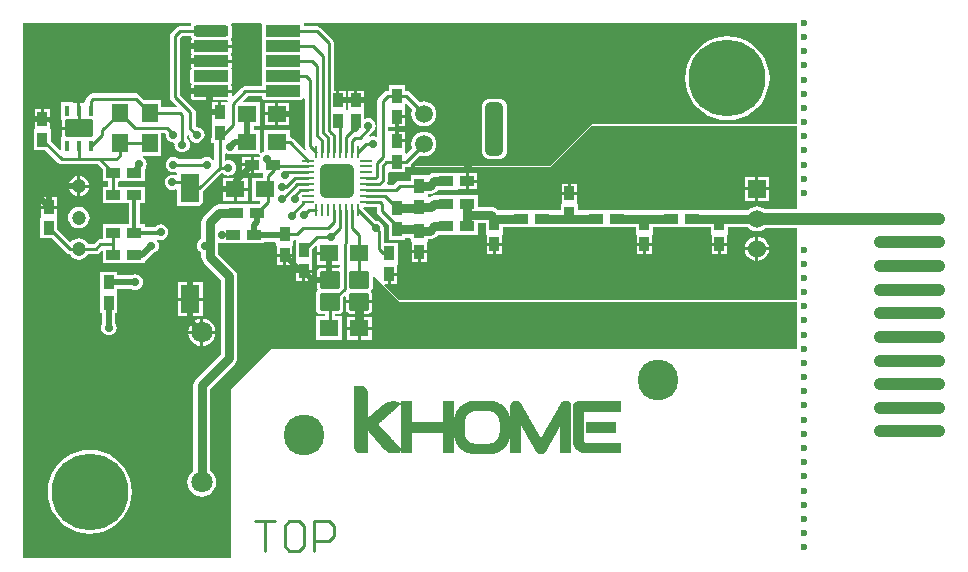
<source format=gtl>
G04 Layer_Physical_Order=1*
G04 Layer_Color=255*
%FSLAX25Y25*%
%MOIN*%
G70*
G01*
G75*
%ADD10R,0.03200X0.04500*%
%ADD11R,0.04500X0.03200*%
%ADD12R,0.01575X0.03543*%
%ADD13R,0.05500X0.06300*%
%ADD14R,0.06300X0.05500*%
G04:AMPARAMS|DCode=15|XSize=66.93mil|YSize=57.09mil|CornerRadius=4.28mil|HoleSize=0mil|Usage=FLASHONLY|Rotation=0.000|XOffset=0mil|YOffset=0mil|HoleType=Round|Shape=RoundedRectangle|*
%AMROUNDEDRECTD15*
21,1,0.06693,0.04852,0,0,0.0*
21,1,0.05837,0.05709,0,0,0.0*
1,1,0.00856,0.02918,-0.02426*
1,1,0.00856,-0.02918,-0.02426*
1,1,0.00856,-0.02918,0.02426*
1,1,0.00856,0.02918,0.02426*
%
%ADD15ROUNDEDRECTD15*%
%ADD16R,0.06299X0.09409*%
G04:AMPARAMS|DCode=17|XSize=114.96mil|YSize=37.4mil|CornerRadius=0.94mil|HoleSize=0mil|Usage=FLASHONLY|Rotation=0.000|XOffset=0mil|YOffset=0mil|HoleType=Round|Shape=RoundedRectangle|*
%AMROUNDEDRECTD17*
21,1,0.11496,0.03553,0,0,0.0*
21,1,0.11309,0.03740,0,0,0.0*
1,1,0.00187,0.05655,-0.01777*
1,1,0.00187,-0.05655,-0.01777*
1,1,0.00187,-0.05655,0.01777*
1,1,0.00187,0.05655,0.01777*
%
%ADD17ROUNDEDRECTD17*%
G04:AMPARAMS|DCode=18|XSize=114.96mil|YSize=37.4mil|CornerRadius=9.35mil|HoleSize=0mil|Usage=FLASHONLY|Rotation=0.000|XOffset=0mil|YOffset=0mil|HoleType=Round|Shape=RoundedRectangle|*
%AMROUNDEDRECTD18*
21,1,0.11496,0.01870,0,0,0.0*
21,1,0.09626,0.03740,0,0,0.0*
1,1,0.01870,0.04813,-0.00935*
1,1,0.01870,-0.04813,-0.00935*
1,1,0.01870,-0.04813,0.00935*
1,1,0.01870,0.04813,0.00935*
%
%ADD18ROUNDEDRECTD18*%
%ADD19O,0.00984X0.04134*%
%ADD20O,0.04134X0.00984*%
G04:AMPARAMS|DCode=21|XSize=59.06mil|YSize=177.16mil|CornerRadius=14.76mil|HoleSize=0mil|Usage=FLASHONLY|Rotation=0.000|XOffset=0mil|YOffset=0mil|HoleType=Round|Shape=RoundedRectangle|*
%AMROUNDEDRECTD21*
21,1,0.05906,0.14764,0,0,0.0*
21,1,0.02953,0.17716,0,0,0.0*
1,1,0.02953,0.01476,-0.07382*
1,1,0.02953,-0.01476,-0.07382*
1,1,0.02953,-0.01476,0.07382*
1,1,0.02953,0.01476,0.07382*
%
%ADD21ROUNDEDRECTD21*%
%ADD22C,0.03937*%
%ADD23C,0.01969*%
%ADD24C,0.01000*%
%ADD25C,0.03150*%
%ADD26C,0.03937*%
%ADD27C,0.01181*%
%ADD28C,0.00100*%
%ADD29C,0.13583*%
%ADD30C,0.07087*%
%ADD31C,0.04724*%
G04:AMPARAMS|DCode=32|XSize=94.49mil|YSize=59.06mil|CornerRadius=5.91mil|HoleSize=0mil|Usage=FLASHONLY|Rotation=0.000|XOffset=0mil|YOffset=0mil|HoleType=Round|Shape=RoundedRectangle|*
%AMROUNDEDRECTD32*
21,1,0.09449,0.04724,0,0,0.0*
21,1,0.08268,0.05906,0,0,0.0*
1,1,0.01181,0.04134,-0.02362*
1,1,0.01181,-0.04134,-0.02362*
1,1,0.01181,-0.04134,0.02362*
1,1,0.01181,0.04134,0.02362*
%
%ADD32ROUNDEDRECTD32*%
G04:AMPARAMS|DCode=33|XSize=112.21mil|YSize=112.21mil|CornerRadius=16.83mil|HoleSize=0mil|Usage=FLASHONLY|Rotation=180.000|XOffset=0mil|YOffset=0mil|HoleType=Round|Shape=RoundedRectangle|*
%AMROUNDEDRECTD33*
21,1,0.11221,0.07854,0,0,180.0*
21,1,0.07854,0.11221,0,0,180.0*
1,1,0.03366,-0.03927,0.03927*
1,1,0.03366,0.03927,0.03927*
1,1,0.03366,0.03927,-0.03927*
1,1,0.03366,-0.03927,-0.03927*
%
%ADD33ROUNDEDRECTD33*%
%ADD34C,0.05906*%
%ADD35R,0.06000X0.06000*%
%ADD36C,0.06000*%
%ADD37C,0.25590*%
%ADD38C,0.02362*%
%ADD39C,0.02756*%
G36*
X115689Y118502D02*
X119329D01*
Y117106D01*
X119460Y116450D01*
X119831Y115894D01*
X123262Y112463D01*
Y107675D01*
X128824D01*
Y108327D01*
X130409D01*
X130762Y107973D01*
X130762Y107175D01*
X130943Y106750D01*
X130943Y106675D01*
Y104106D01*
X133543D01*
Y103606D01*
D01*
Y104106D01*
X136143D01*
X136143Y106750D01*
X136324Y107175D01*
X136324Y107281D01*
Y107827D01*
X137043D01*
X137763Y107921D01*
X138433Y108199D01*
X139009Y108641D01*
X139693Y109325D01*
X145612D01*
X145974Y109325D01*
X146474Y109325D01*
X152974D01*
Y113077D01*
X155762D01*
Y109781D01*
X155762Y109675D01*
X155943Y109250D01*
X155943Y109175D01*
Y106606D01*
X158543D01*
X161143D01*
X161143Y109250D01*
X161324Y109675D01*
X161324Y109781D01*
Y111827D01*
X164112D01*
Y111825D01*
X170612D01*
X170974Y111825D01*
X171474Y111825D01*
X177974D01*
Y111827D01*
X189112D01*
Y111825D01*
X195612D01*
X195974Y111825D01*
X196474Y111825D01*
X202974D01*
Y111827D01*
X205762D01*
Y109781D01*
X205762Y109675D01*
X205943Y109250D01*
X205943Y109175D01*
Y106606D01*
X208543D01*
X211143D01*
X211143Y109250D01*
X211324Y109675D01*
X211324Y109781D01*
Y111827D01*
X214112D01*
Y111825D01*
X220612D01*
X220974Y111825D01*
X221474Y111825D01*
X227974D01*
Y111827D01*
X230762D01*
Y109781D01*
X230762Y109675D01*
X230943Y109250D01*
X230943Y109175D01*
Y106606D01*
X233543D01*
X236143D01*
X236143Y109250D01*
X236324Y109675D01*
X236324Y109781D01*
Y111827D01*
X242906D01*
X243061Y111624D01*
X243935Y110954D01*
X244952Y110533D01*
X246043Y110389D01*
X247135Y110533D01*
X248152Y110954D01*
X248720Y111390D01*
X259449D01*
Y87402D01*
X126772D01*
X121779Y92394D01*
X121970Y92856D01*
X123043D01*
Y96106D01*
X123543D01*
Y96606D01*
X126143D01*
Y99356D01*
X126324Y99675D01*
X126324D01*
Y106537D01*
X121757D01*
Y110374D01*
X121627Y111030D01*
X121587Y111090D01*
X121624Y111374D01*
X121537Y112042D01*
X121279Y112665D01*
X120868Y113199D01*
X120334Y113609D01*
X119711Y113867D01*
X119043Y113955D01*
X118904Y113937D01*
X114831Y118010D01*
X115038Y118510D01*
X115649D01*
X115689Y118502D01*
D02*
G37*
G36*
X80979Y155330D02*
X81078Y154832D01*
X81360Y154411D01*
X81781Y154129D01*
X82279Y154030D01*
X93588D01*
X94085Y154129D01*
X94507Y154411D01*
X94735Y154752D01*
X95091Y154722D01*
X95235Y154669D01*
Y138957D01*
X95365Y138301D01*
X95650Y137875D01*
X95261Y137556D01*
X91499Y141318D01*
X90943Y141690D01*
X90374Y141803D01*
Y144037D01*
X81712D01*
Y137016D01*
X81387Y136881D01*
X80874Y136488D01*
X80772Y136504D01*
X80374Y136670D01*
Y144037D01*
X78251D01*
Y145675D01*
X80374D01*
Y153537D01*
X75030D01*
X74839Y153999D01*
X76232Y155392D01*
X80979D01*
Y155330D01*
D02*
G37*
G36*
X259449Y146063D02*
X190945D01*
X189764Y144882D01*
X177165Y132283D01*
X130852D01*
X130645Y132783D01*
X133593Y135732D01*
X133964Y135579D01*
X135043Y135437D01*
X136123Y135579D01*
X137128Y135995D01*
X137992Y136658D01*
X138654Y137522D01*
X139071Y138527D01*
X139213Y139606D01*
X139071Y140685D01*
X138654Y141691D01*
X137992Y142555D01*
X137128Y143217D01*
X136123Y143634D01*
X135043Y143776D01*
X133964Y143634D01*
X132958Y143217D01*
X132095Y142555D01*
X131432Y141691D01*
X131016Y140685D01*
X130874Y139606D01*
X131016Y138527D01*
X131169Y138156D01*
X129286Y136273D01*
X128824Y136465D01*
X128824Y137037D01*
X128643Y137462D01*
X128643Y137537D01*
Y140106D01*
X126043D01*
Y140606D01*
X125543D01*
Y143856D01*
X123474D01*
X123443Y143856D01*
X122974Y143930D01*
Y145282D01*
X123443Y145356D01*
X123474Y145356D01*
X125543D01*
Y148606D01*
X126043D01*
Y149106D01*
X128643D01*
X128643Y151750D01*
X128824Y152175D01*
X128824Y152281D01*
Y152748D01*
X129286Y152939D01*
X131169Y151056D01*
X131016Y150686D01*
X130874Y149606D01*
X131016Y148527D01*
X131432Y147522D01*
X132095Y146658D01*
X132958Y145995D01*
X133964Y145579D01*
X135043Y145437D01*
X136123Y145579D01*
X137128Y145995D01*
X137992Y146658D01*
X138654Y147522D01*
X139071Y148527D01*
X139213Y149606D01*
X139071Y150686D01*
X138654Y151691D01*
X137992Y152555D01*
X137128Y153217D01*
X136123Y153634D01*
X135043Y153776D01*
X133964Y153634D01*
X133593Y153480D01*
X130255Y156818D01*
X129699Y157190D01*
X129043Y157320D01*
X128824D01*
Y159037D01*
X123262D01*
Y157320D01*
X123028D01*
X122372Y157190D01*
X121816Y156818D01*
X120048Y155051D01*
X119676Y154495D01*
X119546Y153839D01*
Y142283D01*
X119046Y141961D01*
X118711Y142099D01*
X118043Y142187D01*
X117375Y142099D01*
X117041Y141961D01*
X116758Y142385D01*
X117556Y143183D01*
X117692Y143386D01*
X118169Y143753D01*
X118580Y144287D01*
X118837Y144910D01*
X118925Y145578D01*
X118837Y146246D01*
X118580Y146869D01*
X118169Y147403D01*
X117635Y147813D01*
X117012Y148071D01*
X116344Y148159D01*
X115676Y148071D01*
X115520Y148006D01*
X115104Y148284D01*
Y150416D01*
X115104Y150522D01*
X114923Y150947D01*
X114923Y151022D01*
Y153591D01*
X112323D01*
X109723D01*
X109723Y150947D01*
X109661Y150801D01*
X109103Y150739D01*
X108923Y150947D01*
Y153591D01*
X106323D01*
Y154091D01*
X105823D01*
Y157341D01*
X104937D01*
Y173155D01*
X104806Y173811D01*
X104435Y174367D01*
X100484Y178318D01*
X99928Y178690D01*
X99272Y178820D01*
X95091D01*
X94912Y179288D01*
X95179Y179698D01*
X259449D01*
Y146063D01*
D02*
G37*
G36*
X81042Y179198D02*
X80979Y178883D01*
Y175330D01*
X81078Y174832D01*
X81229Y174606D01*
X81078Y174380D01*
X80979Y173883D01*
Y170330D01*
X81078Y169832D01*
X81229Y169606D01*
X81078Y169380D01*
X80979Y168883D01*
Y165330D01*
X81078Y164832D01*
X81229Y164606D01*
X81078Y164380D01*
X80979Y163883D01*
Y160330D01*
X81078Y159832D01*
X81229Y159606D01*
X81078Y159380D01*
X80979Y158883D01*
Y158820D01*
X75522D01*
X74866Y158690D01*
X74310Y158318D01*
X71423Y155431D01*
X70923Y155638D01*
Y156606D01*
X64653D01*
Y154215D01*
X69235D01*
X69561Y153715D01*
X69465Y153496D01*
X69371Y153459D01*
X69265Y153459D01*
X67429D01*
Y150209D01*
X66929D01*
Y149709D01*
X64329D01*
X64329Y147065D01*
X64148Y146640D01*
X64148Y146534D01*
Y139778D01*
X65215D01*
Y134420D01*
X64715Y134251D01*
X64522Y134502D01*
X63987Y134913D01*
X63365Y135170D01*
X62697Y135258D01*
X62029Y135170D01*
X61406Y134913D01*
X60872Y134502D01*
X60791Y134398D01*
X53389D01*
X53304Y134509D01*
X52770Y134919D01*
X52147Y135177D01*
X51479Y135265D01*
X50811Y135177D01*
X50188Y134919D01*
X49654Y134509D01*
X49244Y133974D01*
X48986Y133352D01*
X48898Y132684D01*
X48986Y132016D01*
X49244Y131393D01*
X49654Y130859D01*
X50188Y130448D01*
X50811Y130191D01*
X51479Y130103D01*
X52147Y130191D01*
X52354Y130276D01*
X52854Y129942D01*
Y129278D01*
X52354Y129056D01*
X51849Y129265D01*
X51181Y129353D01*
X50513Y129265D01*
X49891Y129007D01*
X49356Y128597D01*
X48946Y128062D01*
X48688Y127440D01*
X48600Y126772D01*
X48688Y126104D01*
X48946Y125481D01*
X49356Y124946D01*
X49891Y124536D01*
X50513Y124278D01*
X51181Y124190D01*
X51849Y124278D01*
X52354Y124488D01*
X52854Y124266D01*
Y118898D01*
X61516D01*
Y123757D01*
X67524Y129765D01*
X68057Y129769D01*
X68591Y129359D01*
X69214Y129101D01*
X69882Y129013D01*
X70550Y129101D01*
X71172Y129359D01*
X71707Y129769D01*
X72117Y130304D01*
X72375Y130926D01*
X72463Y131595D01*
X72375Y132263D01*
X72117Y132885D01*
X71707Y133420D01*
X71172Y133830D01*
X70550Y134088D01*
X69882Y134176D01*
X69214Y134088D01*
X69059Y134023D01*
X68643Y134301D01*
Y136229D01*
X69143Y136476D01*
X69182Y136446D01*
X69804Y136188D01*
X70472Y136100D01*
X71140Y136188D01*
X71482Y136329D01*
X71712Y136175D01*
Y136175D01*
X80028D01*
X80334Y135675D01*
X80184Y135314D01*
X80166Y135179D01*
X78299D01*
Y132579D01*
Y129979D01*
X81049D01*
X81368Y129798D01*
X81426Y129298D01*
X81329Y128811D01*
Y128341D01*
X77834D01*
Y120478D01*
X80338D01*
X80529Y120016D01*
X79900Y119387D01*
X76474D01*
X76112Y119387D01*
X75612Y119387D01*
X69112D01*
Y119386D01*
X66803D01*
X66084Y119291D01*
X65413Y119014D01*
X64838Y118572D01*
X61700Y115434D01*
X61258Y114858D01*
X60980Y114188D01*
X60886Y113469D01*
Y107915D01*
X60717Y107846D01*
X60183Y107435D01*
X59773Y106901D01*
X59515Y106278D01*
X59427Y105610D01*
X59515Y104942D01*
X59773Y104320D01*
X60183Y103785D01*
X60717Y103375D01*
X60886Y103305D01*
Y101787D01*
X60980Y101068D01*
X61258Y100398D01*
X61700Y99822D01*
X67299Y94223D01*
Y69360D01*
X59019Y61080D01*
X58577Y60504D01*
X58299Y59834D01*
X58205Y59114D01*
Y30574D01*
X57615Y30121D01*
X56858Y29135D01*
X56381Y27985D01*
X56219Y26752D01*
X56381Y25519D01*
X56858Y24369D01*
X57615Y23382D01*
X58602Y22625D01*
X59751Y22149D01*
X60984Y21987D01*
X62218Y22149D01*
X63367Y22625D01*
X64354Y23382D01*
X65111Y24369D01*
X65587Y25519D01*
X65749Y26752D01*
X65587Y27985D01*
X65111Y29135D01*
X64354Y30121D01*
X63764Y30574D01*
Y57963D01*
X72044Y66243D01*
X72486Y66819D01*
X72764Y67489D01*
X72858Y68209D01*
Y95374D01*
X72764Y96093D01*
X72486Y96764D01*
X72044Y97339D01*
X66445Y102939D01*
Y106420D01*
X66861Y106697D01*
X66950Y106660D01*
X67557Y106580D01*
X67971Y106372D01*
X67971Y106372D01*
X67971Y106372D01*
X74471D01*
X74833Y106372D01*
X75333Y106372D01*
X81833D01*
Y106946D01*
X85448D01*
X85802Y106592D01*
X85802Y105974D01*
X85983Y105549D01*
X85983Y105474D01*
Y102905D01*
X88583D01*
X91183D01*
X91183Y105549D01*
X91364Y105974D01*
X91364Y106080D01*
Y107329D01*
X91720Y107680D01*
X91864Y107678D01*
X92262Y107537D01*
X92262Y107328D01*
Y100781D01*
X92262Y100675D01*
X92443Y100250D01*
X92443Y100175D01*
Y97606D01*
X95043D01*
X97643D01*
X97643Y100250D01*
X97824Y100675D01*
X97824Y100781D01*
Y104463D01*
X98931Y105570D01*
X99393Y105379D01*
Y103606D01*
X103543D01*
Y103106D01*
X104043D01*
Y99356D01*
X106904D01*
Y98527D01*
X106540Y98229D01*
X104122D01*
Y94346D01*
X103622D01*
Y93846D01*
X99248D01*
Y91920D01*
X99358Y91363D01*
X99558Y91064D01*
X99544Y90452D01*
X99188Y89920D01*
X99063Y89292D01*
Y84440D01*
X99188Y83812D01*
X99544Y83280D01*
X100076Y82924D01*
X100704Y82799D01*
X101908D01*
Y82037D01*
X99212D01*
Y74175D01*
X107874D01*
Y82037D01*
X105336D01*
Y82799D01*
X106540D01*
X107168Y82924D01*
X107701Y83280D01*
X108056Y83812D01*
X108181Y84440D01*
Y88410D01*
X108590Y88819D01*
X109090Y88612D01*
Y87366D01*
X117839D01*
Y89292D01*
X117728Y89850D01*
X117528Y90149D01*
X117543Y90760D01*
X117899Y91292D01*
X118024Y91920D01*
Y95103D01*
X118486Y95294D01*
X124409Y89370D01*
X126772Y87008D01*
X259449D01*
Y71260D01*
X84252D01*
X83071Y70079D01*
X70866Y57874D01*
Y1405D01*
X1405D01*
Y179698D01*
X57301D01*
X57549Y179233D01*
X57299Y178820D01*
X53681D01*
X53025Y178690D01*
X52469Y178318D01*
X50757Y176606D01*
X50385Y176050D01*
X50254Y175394D01*
Y155289D01*
X50385Y154633D01*
X50757Y154077D01*
X52658Y152176D01*
X52466Y151714D01*
X47534D01*
Y154331D01*
X41695D01*
X40164Y155862D01*
X39608Y156234D01*
X38952Y156364D01*
X24729D01*
X24073Y156234D01*
X23517Y155862D01*
X22705Y155051D01*
X22334Y154495D01*
X22218Y153912D01*
X21949Y153524D01*
X21511Y153342D01*
X20480D01*
Y150571D01*
X19480D01*
Y153342D01*
X18437D01*
X18012Y153524D01*
Y153524D01*
X18012Y153524D01*
X14075D01*
Y147618D01*
X14075D01*
X14284Y147363D01*
X14225Y147067D01*
Y145205D01*
X19980D01*
Y144205D01*
X14225D01*
Y142342D01*
X14284Y142046D01*
X14075Y141791D01*
X14075D01*
Y137865D01*
X13613Y137673D01*
X10655Y140631D01*
Y144313D01*
X10655Y144419D01*
X10474Y144844D01*
X10474Y144919D01*
Y147488D01*
X7874D01*
X5274D01*
X5274Y144844D01*
X5093Y144419D01*
X5093Y144313D01*
Y137557D01*
X8881D01*
X13201Y133237D01*
X13757Y132865D01*
X14413Y132735D01*
X26341D01*
X28069Y131007D01*
Y127219D01*
X29786D01*
Y125281D01*
X28069D01*
Y119719D01*
X34569D01*
X34931Y119719D01*
X35431Y119719D01*
X36694D01*
Y113135D01*
X36340Y112781D01*
X35069Y112781D01*
X34569Y112781D01*
X28069D01*
Y107816D01*
X27165D01*
X26509Y107686D01*
X25953Y107314D01*
X24920Y106281D01*
X23125D01*
X23095Y106354D01*
X22527Y107094D01*
X21787Y107662D01*
X20925Y108019D01*
X20000Y108141D01*
X19075Y108019D01*
X18213Y107662D01*
X17473Y107094D01*
X17425Y107031D01*
X16926Y106998D01*
X12781Y111143D01*
Y114825D01*
X12781Y114931D01*
X12600Y115356D01*
X12600Y115431D01*
Y118000D01*
X10000D01*
X7400D01*
X7400Y115356D01*
X7219Y114931D01*
X7219Y114825D01*
Y108069D01*
X11007D01*
X15721Y103355D01*
X16277Y102983D01*
X16870Y102866D01*
X16905Y102780D01*
X17473Y102040D01*
X18213Y101472D01*
X19075Y101115D01*
X20000Y100993D01*
X20925Y101115D01*
X21787Y101472D01*
X22527Y102040D01*
X23095Y102780D01*
X23125Y102853D01*
X25630D01*
X26286Y102983D01*
X26842Y103355D01*
X27569Y104082D01*
X28069Y103875D01*
Y99719D01*
X34569D01*
X34931Y99719D01*
X35431Y99719D01*
X41931D01*
Y100528D01*
X42545Y100939D01*
X44718Y103111D01*
X44763Y103117D01*
X45385Y103375D01*
X45920Y103785D01*
X46330Y104320D01*
X46588Y104942D01*
X46676Y105610D01*
X46588Y106278D01*
X46330Y106901D01*
X45978Y107359D01*
X46108Y107636D01*
X46249Y107788D01*
X46596Y107645D01*
X47264Y107557D01*
X47932Y107645D01*
X48554Y107903D01*
X49089Y108313D01*
X49499Y108847D01*
X49757Y109470D01*
X49845Y110138D01*
X49757Y110806D01*
X49499Y111428D01*
X49089Y111963D01*
X48554Y112373D01*
X47932Y112631D01*
X47264Y112719D01*
X46596Y112631D01*
X45973Y112373D01*
X45439Y111963D01*
X45318Y111806D01*
X41931D01*
Y112781D01*
X40306D01*
Y119719D01*
X41931D01*
Y125281D01*
X35431D01*
X35069Y125281D01*
X34569Y125281D01*
X33214D01*
Y126865D01*
X33568Y127219D01*
X34931Y127219D01*
X35431Y127219D01*
X41931D01*
Y131208D01*
X42294Y131682D01*
X42552Y132304D01*
X42640Y132972D01*
X42552Y133641D01*
X42294Y134263D01*
X41884Y134798D01*
X41400Y135169D01*
X41405Y135340D01*
X41542Y135669D01*
X47534D01*
Y143266D01*
X48599D01*
X48935Y142904D01*
X48898Y142625D01*
X48986Y141957D01*
X49244Y141334D01*
X49654Y140800D01*
X50188Y140390D01*
X50811Y140132D01*
X51477Y140044D01*
X51479Y140044D01*
X51892Y139594D01*
X51851Y139278D01*
X51939Y138610D01*
X52197Y137988D01*
X52607Y137453D01*
X53141Y137043D01*
X53764Y136785D01*
X54432Y136697D01*
X55100Y136785D01*
X55722Y137043D01*
X56257Y137453D01*
X56667Y137988D01*
X56925Y138610D01*
X57013Y139278D01*
X56925Y139946D01*
X56667Y140569D01*
X56257Y141104D01*
X56146Y141189D01*
Y142226D01*
X56174Y142264D01*
X56646Y142488D01*
X56789Y142372D01*
X56857Y141852D01*
X57115Y141229D01*
X57525Y140695D01*
X58060Y140284D01*
X58682Y140026D01*
X59350Y139939D01*
X60018Y140026D01*
X60641Y140284D01*
X61176Y140695D01*
X61586Y141229D01*
X61844Y141852D01*
X61932Y142520D01*
X61844Y143188D01*
X61586Y143810D01*
X61176Y144345D01*
X60641Y144755D01*
X60018Y145013D01*
X59350Y145101D01*
X59320Y145097D01*
X58931Y145454D01*
Y150041D01*
X58800Y150697D01*
X58429Y151253D01*
X53683Y155999D01*
Y174684D01*
X54391Y175392D01*
X57338D01*
X57347Y175346D01*
X57731Y174772D01*
X57711Y174671D01*
X57469Y174310D01*
X57384Y173883D01*
Y172606D01*
X70923D01*
Y173883D01*
X70838Y174310D01*
X70596Y174671D01*
X70577Y174772D01*
X70960Y175346D01*
X71124Y176171D01*
Y178041D01*
X70960Y178867D01*
X70739Y179198D01*
X71006Y179698D01*
X80734D01*
X81042Y179198D01*
D02*
G37*
G36*
X259449Y117744D02*
X248823D01*
X248152Y118259D01*
X247135Y118680D01*
X246043Y118824D01*
X244952Y118680D01*
X243935Y118259D01*
X243061Y117588D01*
X242906Y117386D01*
X227974D01*
Y117387D01*
X221474D01*
X221112Y117387D01*
X220612Y117387D01*
X214112D01*
Y117386D01*
X202974D01*
Y117387D01*
X196474D01*
X196112Y117387D01*
X195612Y117387D01*
X189112D01*
Y117386D01*
X186324D01*
Y119431D01*
X186324Y119537D01*
X186143Y119962D01*
X186143Y120037D01*
Y122606D01*
X183543D01*
Y123106D01*
D01*
Y122606D01*
X180943D01*
X180943Y119962D01*
X180762Y119537D01*
X180762Y119431D01*
Y117386D01*
X177974D01*
Y117387D01*
X171474D01*
X171112Y117387D01*
X170612Y117387D01*
X164112D01*
Y117386D01*
X159695D01*
X159259Y117822D01*
X158683Y118264D01*
X158013Y118541D01*
X157293Y118636D01*
X152974D01*
Y122387D01*
X146474D01*
X146112Y122387D01*
X145612Y122387D01*
X139112D01*
Y122386D01*
X138543D01*
X137824Y122291D01*
X137153Y122014D01*
X136824Y121761D01*
X136729Y121808D01*
X136324Y122037D01*
Y122175D01*
X136324D01*
Y122827D01*
X137043D01*
X137763Y122921D01*
X138433Y123199D01*
X139009Y123641D01*
X139693Y124325D01*
X145868D01*
X145974Y124325D01*
X146399Y124506D01*
X146474Y124506D01*
X149043D01*
Y127106D01*
Y129706D01*
X146399Y129706D01*
X145974Y129887D01*
X145868Y129887D01*
X139112D01*
Y129886D01*
X138543D01*
X137824Y129791D01*
X137153Y129514D01*
X136767Y129217D01*
X136324Y129037D01*
X136324Y129037D01*
X136324Y129037D01*
X130762D01*
Y127320D01*
X127043D01*
X126387Y127190D01*
X125831Y126818D01*
X124881Y125868D01*
X122909D01*
X122642Y126368D01*
X122839Y126663D01*
X122970Y127319D01*
Y129796D01*
X123262Y130175D01*
X128824D01*
Y131890D01*
X177165D01*
X190945Y145669D01*
X259449D01*
Y117744D01*
D02*
G37*
%LPC*%
G36*
X245543Y104106D02*
X242075D01*
X242146Y103562D01*
X242549Y102589D01*
X243191Y101753D01*
X244026Y101112D01*
X244999Y100709D01*
X245543Y100638D01*
Y104106D01*
D02*
G37*
G36*
X136143Y103106D02*
X134043D01*
Y100356D01*
X136143D01*
Y103106D01*
D02*
G37*
G36*
X133043D02*
X130943D01*
Y100356D01*
X133043D01*
Y103106D01*
D02*
G37*
G36*
X236143Y105606D02*
X234043D01*
Y102856D01*
X236143D01*
Y105606D01*
D02*
G37*
G36*
X233043D02*
X230943D01*
Y102856D01*
X233043D01*
Y105606D01*
D02*
G37*
G36*
X245543Y108575D02*
X244999Y108503D01*
X244026Y108100D01*
X243191Y107459D01*
X242549Y106624D01*
X242146Y105650D01*
X242075Y105106D01*
X245543D01*
Y108575D01*
D02*
G37*
G36*
X246543Y108575D02*
Y105106D01*
X250012D01*
X249940Y105650D01*
X249537Y106624D01*
X248896Y107459D01*
X248061Y108100D01*
X247088Y108503D01*
X246543Y108575D01*
D02*
G37*
G36*
X158043Y105606D02*
X155943D01*
Y102856D01*
X158043D01*
Y105606D01*
D02*
G37*
G36*
X250012Y104106D02*
X246543D01*
Y100638D01*
X247088Y100709D01*
X248061Y101112D01*
X248896Y101753D01*
X249537Y102589D01*
X249940Y103562D01*
X250012Y104106D01*
D02*
G37*
G36*
X161143Y105606D02*
X159043D01*
Y102856D01*
X161143D01*
Y105606D01*
D02*
G37*
G36*
X211143D02*
X209043D01*
Y102856D01*
X211143D01*
Y105606D01*
D02*
G37*
G36*
X208043D02*
X205943D01*
Y102856D01*
X208043D01*
Y105606D01*
D02*
G37*
G36*
X126143Y95606D02*
X124043D01*
Y92856D01*
X126143D01*
Y95606D01*
D02*
G37*
G36*
X90193Y149106D02*
X86543D01*
Y145856D01*
X90193D01*
Y149106D01*
D02*
G37*
G36*
X85543D02*
X81893D01*
Y145856D01*
X85543D01*
Y149106D01*
D02*
G37*
G36*
X90193Y153356D02*
X86543D01*
Y150106D01*
X90193D01*
Y153356D01*
D02*
G37*
G36*
X85543D02*
X81893D01*
Y150106D01*
X85543D01*
Y153356D01*
D02*
G37*
G36*
X236221Y175437D02*
X234027Y175264D01*
X231888Y174751D01*
X229856Y173909D01*
X227980Y172759D01*
X226307Y171331D01*
X224878Y169658D01*
X223729Y167782D01*
X222887Y165750D01*
X222374Y163610D01*
X222201Y161417D01*
X222374Y159224D01*
X222887Y157085D01*
X223729Y155053D01*
X224878Y153177D01*
X226307Y151504D01*
X227980Y150075D01*
X229856Y148926D01*
X231888Y148084D01*
X234027Y147570D01*
X236221Y147398D01*
X238414Y147570D01*
X240553Y148084D01*
X242585Y148926D01*
X244461Y150075D01*
X246134Y151504D01*
X247563Y153177D01*
X248712Y155053D01*
X249554Y157085D01*
X250067Y159224D01*
X250240Y161417D01*
X250067Y163610D01*
X249554Y165750D01*
X248712Y167782D01*
X247563Y169658D01*
X246134Y171331D01*
X244461Y172759D01*
X242585Y173909D01*
X240553Y174751D01*
X238414Y175264D01*
X236221Y175437D01*
D02*
G37*
G36*
X160020Y154669D02*
X157067D01*
X156373Y154577D01*
X155727Y154309D01*
X155172Y153884D01*
X154746Y153328D01*
X154478Y152682D01*
X154386Y151988D01*
Y137224D01*
X154478Y136531D01*
X154746Y135884D01*
X155172Y135329D01*
X155727Y134903D01*
X156373Y134635D01*
X157067Y134544D01*
X160020D01*
X160713Y134635D01*
X161360Y134903D01*
X161915Y135329D01*
X162341Y135884D01*
X162609Y136531D01*
X162700Y137224D01*
Y151988D01*
X162609Y152682D01*
X162341Y153328D01*
X161915Y153884D01*
X161360Y154309D01*
X160713Y154577D01*
X160020Y154669D01*
D02*
G37*
G36*
X128643Y148106D02*
X126543D01*
Y145356D01*
X128643D01*
Y148106D01*
D02*
G37*
G36*
X126543Y143856D02*
Y141106D01*
X128643D01*
Y143856D01*
X126543D01*
D02*
G37*
G36*
X114923Y157341D02*
X112823D01*
Y154591D01*
X114923D01*
Y157341D01*
D02*
G37*
G36*
X108923D02*
X106823D01*
Y154591D01*
X108923D01*
Y157341D01*
D02*
G37*
G36*
X111823D02*
X109723D01*
Y154591D01*
X111823D01*
Y157341D01*
D02*
G37*
G36*
X88083Y101906D02*
X85983D01*
Y99155D01*
X88083D01*
Y101906D01*
D02*
G37*
G36*
X103122Y98229D02*
X100704D01*
X100146Y98118D01*
X99674Y97802D01*
X99358Y97330D01*
X99248Y96773D01*
Y94846D01*
X103122D01*
Y98229D01*
D02*
G37*
G36*
X91183Y101906D02*
X89083D01*
Y99155D01*
X91183D01*
Y101906D01*
D02*
G37*
G36*
X103043Y102606D02*
X99393D01*
Y99356D01*
X103043D01*
Y102606D01*
D02*
G37*
G36*
X20000Y118574D02*
X19075Y118452D01*
X18213Y118095D01*
X17473Y117527D01*
X16905Y116787D01*
X16548Y115925D01*
X16426Y115000D01*
X16548Y114075D01*
X16905Y113213D01*
X17473Y112473D01*
X18213Y111905D01*
X19075Y111548D01*
X20000Y111426D01*
X20925Y111548D01*
X21787Y111905D01*
X22527Y112473D01*
X23095Y113213D01*
X23452Y114075D01*
X23574Y115000D01*
X23452Y115925D01*
X23095Y116787D01*
X22527Y117527D01*
X21787Y118095D01*
X20925Y118452D01*
X20000Y118574D01*
D02*
G37*
G36*
X97643Y96606D02*
X95543D01*
Y93856D01*
X97643D01*
Y96606D01*
D02*
G37*
G36*
X61484Y81269D02*
Y77252D01*
X65501D01*
X65411Y77938D01*
X64953Y79043D01*
X64225Y79992D01*
X63275Y80721D01*
X62170Y81178D01*
X61484Y81269D01*
D02*
G37*
G36*
X60484D02*
X59798Y81178D01*
X58693Y80721D01*
X57744Y79992D01*
X57016Y79043D01*
X56558Y77938D01*
X56468Y77252D01*
X60484D01*
Y81269D01*
D02*
G37*
G36*
X117693Y81856D02*
X114043D01*
Y78606D01*
X117693D01*
Y81856D01*
D02*
G37*
G36*
X113043D02*
X109393D01*
Y78606D01*
X113043D01*
Y81856D01*
D02*
G37*
G36*
X117693Y77606D02*
X114043D01*
Y74356D01*
X117693D01*
Y77606D01*
D02*
G37*
G36*
X60484Y76252D02*
X56468D01*
X56558Y75566D01*
X57016Y74461D01*
X57744Y73512D01*
X58693Y72783D01*
X59798Y72326D01*
X60484Y72235D01*
Y76252D01*
D02*
G37*
G36*
X23622Y37642D02*
X21429Y37469D01*
X19290Y36955D01*
X17257Y36114D01*
X15382Y34964D01*
X13709Y33535D01*
X12280Y31863D01*
X11130Y29987D01*
X10289Y27954D01*
X9775Y25815D01*
X9602Y23622D01*
X9775Y21429D01*
X10289Y19290D01*
X11130Y17257D01*
X12280Y15382D01*
X13709Y13709D01*
X15382Y12280D01*
X17257Y11130D01*
X19290Y10289D01*
X21429Y9775D01*
X23622Y9602D01*
X25815Y9775D01*
X27954Y10289D01*
X29987Y11130D01*
X31863Y12280D01*
X33535Y13709D01*
X34964Y15382D01*
X36114Y17257D01*
X36955Y19290D01*
X37469Y21429D01*
X37642Y23622D01*
X37469Y25815D01*
X36955Y27954D01*
X36114Y29987D01*
X34964Y31863D01*
X33535Y33535D01*
X31863Y34964D01*
X29987Y36114D01*
X27954Y36955D01*
X25815Y37469D01*
X23622Y37642D01*
D02*
G37*
G36*
X113043Y77606D02*
X109393D01*
Y74356D01*
X113043D01*
Y77606D01*
D02*
G37*
G36*
X65501Y76252D02*
X61484D01*
Y72235D01*
X62170Y72326D01*
X63275Y72783D01*
X64225Y73512D01*
X64953Y74461D01*
X65411Y75566D01*
X65501Y76252D01*
D02*
G37*
G36*
X32781Y96931D02*
X27219D01*
Y90431D01*
X27219Y90069D01*
X27219Y89569D01*
Y83069D01*
X27792D01*
Y79653D01*
X27765Y79617D01*
X27507Y78995D01*
X27419Y78327D01*
X27507Y77659D01*
X27765Y77036D01*
X28175Y76502D01*
X28709Y76091D01*
X29332Y75834D01*
X30000Y75746D01*
X30668Y75834D01*
X31291Y76091D01*
X31825Y76502D01*
X32235Y77036D01*
X32493Y77659D01*
X32581Y78327D01*
X32493Y78995D01*
X32235Y79617D01*
X32208Y79653D01*
Y83069D01*
X32781D01*
Y89569D01*
X32781Y89931D01*
X32781Y90431D01*
Y91296D01*
X37552D01*
X37587Y91269D01*
X38210Y91011D01*
X38878Y90923D01*
X39546Y91011D01*
X40168Y91269D01*
X40703Y91679D01*
X41113Y92213D01*
X41371Y92836D01*
X41459Y93504D01*
X41371Y94172D01*
X41113Y94794D01*
X40703Y95329D01*
X40168Y95739D01*
X39546Y95997D01*
X38878Y96085D01*
X38210Y95997D01*
X37587Y95739D01*
X37552Y95712D01*
X32781D01*
Y96931D01*
D02*
G37*
G36*
X61335Y93520D02*
X57685D01*
Y88315D01*
X61335D01*
Y93520D01*
D02*
G37*
G36*
X94543Y96606D02*
X92443D01*
Y93856D01*
X94543D01*
Y96606D01*
D02*
G37*
G36*
X56685Y93520D02*
X53035D01*
Y88315D01*
X56685D01*
Y93520D01*
D02*
G37*
G36*
X61335Y87315D02*
X57685D01*
Y82110D01*
X61335D01*
Y87315D01*
D02*
G37*
G36*
X56685D02*
X53035D01*
Y82110D01*
X56685D01*
Y87315D01*
D02*
G37*
G36*
X117839Y86366D02*
X113965D01*
Y82984D01*
X116383D01*
X116940Y83095D01*
X117412Y83410D01*
X117728Y83883D01*
X117839Y84440D01*
Y86366D01*
D02*
G37*
G36*
X112965D02*
X109090D01*
Y84440D01*
X109201Y83883D01*
X109517Y83410D01*
X109989Y83095D01*
X110546Y82984D01*
X112965D01*
Y86366D01*
D02*
G37*
G36*
X10474Y151238D02*
X8374D01*
Y148488D01*
X10474D01*
Y151238D01*
D02*
G37*
G36*
X7374D02*
X5274D01*
Y148488D01*
X7374D01*
Y151238D01*
D02*
G37*
G36*
X77299Y135179D02*
X74549D01*
Y133079D01*
X77299D01*
Y135179D01*
D02*
G37*
G36*
X70923Y171606D02*
X57384D01*
Y170330D01*
X57469Y169903D01*
X57667Y169606D01*
X57469Y169309D01*
X57384Y168883D01*
Y167606D01*
X70923D01*
Y168883D01*
X70838Y169309D01*
X70640Y169606D01*
X70838Y169903D01*
X70923Y170330D01*
Y171606D01*
D02*
G37*
G36*
Y166606D02*
X57384D01*
Y165330D01*
X57469Y164903D01*
X57558Y164769D01*
X57298Y164380D01*
X57200Y163883D01*
Y160330D01*
X57298Y159832D01*
X57558Y159443D01*
X57469Y159309D01*
X57384Y158883D01*
Y157606D01*
X70923D01*
Y158883D01*
X70838Y159309D01*
X70749Y159443D01*
X71009Y159832D01*
X71108Y160330D01*
Y163883D01*
X71009Y164380D01*
X70749Y164769D01*
X70838Y164903D01*
X70923Y165330D01*
Y166606D01*
D02*
G37*
G36*
X63653Y156606D02*
X57384D01*
Y155330D01*
X57469Y154903D01*
X57711Y154541D01*
X58072Y154300D01*
X58499Y154215D01*
X63653D01*
Y156606D01*
D02*
G37*
G36*
X66429Y153459D02*
X64329D01*
Y150709D01*
X66429D01*
Y153459D01*
D02*
G37*
G36*
X77299Y132079D02*
X74549D01*
Y129979D01*
X77299D01*
Y132079D01*
D02*
G37*
G36*
X23325Y124933D02*
X20500D01*
Y122108D01*
X20878Y122157D01*
X21696Y122496D01*
X22398Y123035D01*
X22937Y123738D01*
X23276Y124555D01*
X23325Y124933D01*
D02*
G37*
G36*
X76315Y123909D02*
X72665D01*
Y120659D01*
X76315D01*
Y123909D01*
D02*
G37*
G36*
X19500Y124933D02*
X16675D01*
X16724Y124555D01*
X17063Y123738D01*
X17602Y123035D01*
X18304Y122496D01*
X19122Y122157D01*
X19500Y122108D01*
Y124933D01*
D02*
G37*
G36*
X71665Y123909D02*
X68015D01*
Y120659D01*
X71665D01*
Y123909D01*
D02*
G37*
G36*
X12600Y121750D02*
X10500D01*
Y119000D01*
X12600D01*
Y121750D01*
D02*
G37*
G36*
X9500D02*
X7400D01*
Y119000D01*
X9500D01*
Y121750D01*
D02*
G37*
G36*
X19500Y128758D02*
X19122Y128709D01*
X18304Y128370D01*
X17602Y127831D01*
X17063Y127129D01*
X16724Y126311D01*
X16675Y125933D01*
X19500D01*
Y128758D01*
D02*
G37*
G36*
X20500Y128759D02*
Y125933D01*
X23325D01*
X23276Y126311D01*
X22937Y127129D01*
X22398Y127831D01*
X21696Y128370D01*
X20878Y128709D01*
X20500Y128759D01*
D02*
G37*
G36*
X76315Y128159D02*
X72665D01*
Y124909D01*
X76315D01*
Y128159D01*
D02*
G37*
G36*
X71665D02*
X68015D01*
Y124909D01*
X71665D01*
Y128159D01*
D02*
G37*
G36*
X183043Y126356D02*
X180943D01*
Y123606D01*
X183043D01*
Y126356D01*
D02*
G37*
G36*
X250043Y124106D02*
X246543D01*
Y120606D01*
X250043D01*
Y124106D01*
D02*
G37*
G36*
X245543D02*
X242043D01*
Y120606D01*
X245543D01*
Y124106D01*
D02*
G37*
G36*
X250043Y128606D02*
X246543D01*
Y125106D01*
X250043D01*
Y128606D01*
D02*
G37*
G36*
X150043Y129706D02*
Y127606D01*
X152793D01*
Y129706D01*
X150043D01*
D02*
G37*
G36*
X245543Y128606D02*
X242043D01*
Y125106D01*
X245543D01*
Y128606D01*
D02*
G37*
G36*
X152793Y126606D02*
X150043D01*
Y124506D01*
X152793D01*
Y126606D01*
D02*
G37*
G36*
X186143Y126356D02*
X184043D01*
Y123606D01*
X186143D01*
Y126356D01*
D02*
G37*
%LPD*%
D10*
X30000Y93500D02*
D03*
Y86500D02*
D03*
X10000Y118500D02*
D03*
Y111500D02*
D03*
X7874Y147988D02*
D03*
Y140988D02*
D03*
X88583Y102406D02*
D03*
Y109406D02*
D03*
X95043Y97106D02*
D03*
Y104106D02*
D03*
X66929Y150209D02*
D03*
Y143209D02*
D03*
X112323Y154091D02*
D03*
Y147091D02*
D03*
X106323Y154091D02*
D03*
Y147091D02*
D03*
X126043Y148606D02*
D03*
Y155606D02*
D03*
Y140606D02*
D03*
Y133606D02*
D03*
Y118106D02*
D03*
Y111106D02*
D03*
X133543Y103606D02*
D03*
Y110606D02*
D03*
Y125606D02*
D03*
Y118606D02*
D03*
X123543Y96106D02*
D03*
Y103106D02*
D03*
X158543Y113106D02*
D03*
Y106106D02*
D03*
X183543Y116106D02*
D03*
Y123106D02*
D03*
X208543Y113106D02*
D03*
Y106106D02*
D03*
X233543D02*
D03*
Y113106D02*
D03*
D11*
X31500Y102500D02*
D03*
X38500D02*
D03*
Y110000D02*
D03*
X31500D02*
D03*
X38500Y122500D02*
D03*
X31500D02*
D03*
Y130000D02*
D03*
X38500D02*
D03*
X77799Y132579D02*
D03*
X84799D02*
D03*
X72543Y116606D02*
D03*
X79543D02*
D03*
X78402Y109153D02*
D03*
X71402D02*
D03*
X149543Y119606D02*
D03*
X142543D02*
D03*
Y127106D02*
D03*
X149543D02*
D03*
X167543Y114606D02*
D03*
X174543D02*
D03*
X192543D02*
D03*
X199543D02*
D03*
X224543D02*
D03*
X217543D02*
D03*
X142543Y112106D02*
D03*
X149543D02*
D03*
D12*
X23917Y150571D02*
D03*
X19980D02*
D03*
X16043D02*
D03*
X23917Y138839D02*
D03*
X19980D02*
D03*
X16043D02*
D03*
D13*
X43602Y150000D02*
D03*
Y140000D02*
D03*
X33602Y150000D02*
D03*
Y140000D02*
D03*
D14*
X76043Y149606D02*
D03*
X86043D02*
D03*
X76043Y140106D02*
D03*
X86043D02*
D03*
X82165Y124409D02*
D03*
X72165D02*
D03*
X113543Y103106D02*
D03*
X103543D02*
D03*
Y78106D02*
D03*
X113543D02*
D03*
D15*
X103622Y94346D02*
D03*
X113465D02*
D03*
Y86866D02*
D03*
X103622D02*
D03*
D16*
X57185Y124784D02*
D03*
Y87815D02*
D03*
D17*
X87933Y157106D02*
D03*
X64153D02*
D03*
X87933Y162106D02*
D03*
X64153D02*
D03*
X87933Y167106D02*
D03*
X64153D02*
D03*
X87933Y172106D02*
D03*
X64153D02*
D03*
X87933Y177106D02*
D03*
D18*
X64153D02*
D03*
D19*
X112933Y117461D02*
D03*
X110965D02*
D03*
X108996D02*
D03*
X107028D02*
D03*
X105059D02*
D03*
X103091D02*
D03*
X101122D02*
D03*
X99154D02*
D03*
Y136752D02*
D03*
X101122D02*
D03*
X103091D02*
D03*
X105059D02*
D03*
X107028D02*
D03*
X108996D02*
D03*
X110965D02*
D03*
X112933D02*
D03*
D20*
X96398Y120217D02*
D03*
Y122185D02*
D03*
Y124153D02*
D03*
Y126122D02*
D03*
Y128091D02*
D03*
Y130059D02*
D03*
Y132028D02*
D03*
Y133996D02*
D03*
X115689D02*
D03*
Y132028D02*
D03*
Y130059D02*
D03*
Y128091D02*
D03*
Y126122D02*
D03*
Y124153D02*
D03*
Y122185D02*
D03*
Y120217D02*
D03*
D21*
X158543Y144606D02*
D03*
D22*
X261417Y114567D02*
D03*
X306693Y67323D02*
D03*
Y75197D02*
D03*
Y59449D02*
D03*
Y51575D02*
D03*
Y43701D02*
D03*
X287008D02*
D03*
Y51575D02*
D03*
Y59449D02*
D03*
Y67323D02*
D03*
Y75197D02*
D03*
Y106693D02*
D03*
Y98819D02*
D03*
Y90945D02*
D03*
Y83071D02*
D03*
X306693D02*
D03*
Y90945D02*
D03*
Y98819D02*
D03*
Y106693D02*
D03*
Y114567D02*
D03*
D23*
X63345Y150098D02*
Y157106D01*
X93701Y141437D02*
Y147146D01*
X47638Y115157D02*
X56791D01*
X45472D02*
X47638D01*
X47819Y115339D01*
Y133779D01*
X42717Y117913D02*
X45472Y115157D01*
X63345Y141759D02*
Y150098D01*
X63455Y150209D01*
X66929D01*
X55984Y157106D02*
X63345D01*
X64153D01*
X57502Y135916D02*
X63345Y141759D01*
X53001Y135916D02*
X57502D01*
X52872Y136046D02*
X53001Y135916D01*
X50086Y136046D02*
X52872D01*
X47819Y133779D02*
X50086Y136046D01*
X72165Y126945D02*
X77799Y132579D01*
X103543Y94425D02*
X103622Y94346D01*
X103543Y94425D02*
Y103106D01*
X95043Y97106D02*
X97803Y94346D01*
X103622D01*
X93882Y97106D02*
X95043D01*
X88583Y102406D02*
X93882Y97106D01*
X56791Y115157D02*
X58220D01*
X56791D02*
X57185Y114764D01*
Y87815D02*
Y114764D01*
X12441Y125433D02*
X20000D01*
X10000Y122992D02*
X12441Y125433D01*
X10000Y118500D02*
Y122992D01*
X67471Y124409D02*
X72165D01*
X58220Y115157D02*
X67471Y124409D01*
X72165D02*
Y126945D01*
X54921Y166929D02*
Y170768D01*
Y158169D02*
Y166929D01*
X55098Y167106D01*
X64153D01*
X54921Y158169D02*
X55984Y157106D01*
X54921Y170768D02*
X56260Y172106D01*
X64153D01*
X91240Y149606D02*
X93701Y147146D01*
X86043Y149606D02*
X91240D01*
X40984Y102500D02*
X44094Y105610D01*
X38500Y102500D02*
X40984D01*
X57185Y80551D02*
X60984Y76752D01*
X57185Y80551D02*
Y87815D01*
X76043Y140106D02*
Y149606D01*
X71898Y140106D02*
X76043D01*
X70472Y138681D02*
X71898Y140106D01*
X112323Y154091D02*
X115705D01*
X106323D02*
X112323D01*
X115705D02*
X123130Y161516D01*
X140551D01*
X141929Y160138D01*
Y147441D02*
Y160138D01*
X139032Y144543D02*
X141929Y147441D01*
X126098Y144543D02*
X139032D01*
X126043Y144488D02*
X126098Y144543D01*
X88331Y109153D02*
X88583Y109406D01*
X78402Y109153D02*
X88331D01*
X78402D02*
Y112457D01*
X79543Y113598D01*
Y116606D01*
X30000Y93500D02*
X30004Y93504D01*
X38878D01*
X30000Y78327D02*
Y86500D01*
X2953Y125547D02*
X10000Y118500D01*
X2953Y125547D02*
Y146457D01*
X4484Y147988D01*
X7874D01*
D24*
X112965Y117453D02*
Y117461D01*
X108996Y141772D02*
X112323Y145098D01*
X85094Y130862D02*
Y132579D01*
X83043Y120106D02*
Y128811D01*
X66929Y141535D02*
X71393Y146000D01*
X116344Y144395D02*
Y145578D01*
X113555Y141606D02*
X116344Y144395D01*
X115787Y139606D02*
X118043D01*
X121260Y135151D02*
Y153839D01*
X108996Y136752D02*
Y141772D01*
X90287Y140106D02*
X96398Y133996D01*
X86043Y140106D02*
X90287D01*
X96949Y138957D02*
Y160925D01*
X99223Y142504D02*
X101091Y140636D01*
X99223Y142504D02*
Y165443D01*
X101223Y143391D02*
Y168954D01*
Y143391D02*
X103059Y141555D01*
X103223Y144219D02*
Y173155D01*
Y144219D02*
X104102Y143341D01*
X53740Y150000D02*
X54432Y149308D01*
X43602Y150000D02*
X53740D01*
X54432Y139278D02*
Y149308D01*
X57217Y144653D02*
X59350Y142520D01*
X57217Y144653D02*
Y150041D01*
X51479Y132684D02*
X62690D01*
X62697Y132677D01*
X51479Y142625D02*
Y142812D01*
X49311Y144980D02*
X51479Y142812D01*
X51968Y155289D02*
X57217Y150041D01*
X60118Y124784D02*
X66929Y131595D01*
X57185Y124784D02*
X60118D01*
X66929Y131595D02*
Y141535D01*
X71393Y146000D02*
Y152978D01*
X53681Y177106D02*
X64153D01*
X51968Y175394D02*
X53681Y177106D01*
X51968Y155289D02*
Y175394D01*
X96949Y138957D02*
X99154Y136752D01*
X33602Y150000D02*
X38622Y144980D01*
X49311D01*
X32480Y134449D02*
X33602Y135571D01*
X27051Y134449D02*
X32480D01*
X38500Y131413D02*
X40059Y132972D01*
X38500Y130000D02*
Y131413D01*
X66929Y131595D02*
X69882D01*
X71393Y152978D02*
X75522Y157106D01*
X87933D01*
X88878Y129134D02*
X89803Y130059D01*
X85646Y132028D02*
X96398D01*
X126043Y144488D02*
Y148606D01*
Y140606D02*
Y144488D01*
X121260Y153839D02*
X123028Y155606D01*
X126043D01*
X119256Y133147D02*
X121260Y135151D01*
X88583Y109406D02*
X92575D01*
X94776Y111606D01*
X31500Y102500D02*
Y110000D01*
X27165Y106102D02*
X31398D01*
X25630Y104567D02*
X27165Y106102D01*
X20000Y104567D02*
X25630D01*
X16933D02*
X20000D01*
X10000Y111500D02*
X16933Y104567D01*
X55197Y126772D02*
X57185Y124784D01*
X51181Y126772D02*
X55197D01*
X67618Y109153D02*
X71402D01*
X83043Y128811D02*
X85094Y130862D01*
X95079Y115847D02*
X96693Y117461D01*
X87697Y125197D02*
X89075D01*
X79543Y116606D02*
X83043Y120106D01*
X90939Y115557D02*
Y115939D01*
X95177Y120177D01*
X38952Y154650D02*
X43602Y150000D01*
X24729Y154650D02*
X38952D01*
X23917Y153839D02*
X24729Y154650D01*
X23917Y150571D02*
Y153839D01*
X27756Y144153D02*
X33602Y150000D01*
X27756Y142677D02*
Y144153D01*
X23917Y138839D02*
X27756Y142677D01*
X33602Y140000D02*
X43602D01*
X33602Y135571D02*
Y140000D01*
X31500Y122500D02*
Y130000D01*
X20177Y134449D02*
X27051D01*
X14413D02*
X20177D01*
X19980Y134646D02*
X20177Y134449D01*
X19980Y134646D02*
Y138839D01*
X27051Y134449D02*
X31500Y130000D01*
X7874Y140988D02*
X14413Y134449D01*
X19980Y144705D02*
Y150571D01*
X12677Y144705D02*
X19980D01*
X9394Y147988D02*
X12677Y144705D01*
X7874Y147988D02*
X9394D01*
X87933Y162106D02*
X95768D01*
X96949Y160925D01*
X101091Y140512D02*
Y140636D01*
X103091Y136752D02*
Y141496D01*
X97559Y167106D02*
X99223Y165443D01*
X87933Y167106D02*
X97559D01*
X101122Y136752D02*
Y140512D01*
X103059Y141496D02*
Y141555D01*
X105059Y136752D02*
Y142480D01*
X98071Y172106D02*
X101223Y168954D01*
X87933Y172106D02*
X98071D01*
X104167Y143341D02*
X105028Y142480D01*
X104102Y143341D02*
X104167D01*
X99272Y177106D02*
X103223Y173155D01*
X87933Y177106D02*
X99272D01*
X106323Y147091D02*
X107028Y146386D01*
Y136752D02*
Y146386D01*
X112323Y145098D02*
Y147091D01*
X96693Y117461D02*
X99154D01*
X91929Y121063D02*
Y122244D01*
X88065Y121358D02*
X92770Y126064D01*
X87697Y121358D02*
X88065D01*
X92854Y126122D02*
X96398D01*
X91929Y122244D02*
X93839Y124153D01*
X89075Y125197D02*
X91937Y128059D01*
X89803Y130059D02*
X96398D01*
X91937Y128059D02*
X91969D01*
X93839Y124153D02*
X96398D01*
X91969Y128091D02*
X96398D01*
X85094Y132579D02*
X85646Y132028D01*
X112933Y136752D02*
X115787Y139606D01*
X110984Y140587D02*
X112004Y141606D01*
X113555D01*
X110965Y136752D02*
Y140606D01*
X119043Y111374D02*
X120043Y110374D01*
X112965Y117453D02*
X119043Y111374D01*
X94776Y111606D02*
X103043D01*
X110996Y111653D02*
Y114685D01*
X113543Y103106D02*
Y109106D01*
X110996Y111653D02*
X113543Y109106D01*
X110965Y114685D02*
Y117461D01*
X104213Y86866D02*
X108618Y91271D01*
Y106202D01*
X108996Y106580D01*
Y117461D01*
X104043Y108606D02*
X107028Y111591D01*
Y117461D01*
X99543Y108606D02*
X104043D01*
X95043Y104106D02*
X99543Y108606D01*
X103043Y111606D02*
X105059Y113622D01*
Y117461D01*
X120043Y104606D02*
Y110374D01*
Y104606D02*
X121543Y103106D01*
X123543D01*
X113465Y78185D02*
X113543Y78106D01*
X103543D02*
X103622Y78185D01*
Y86866D01*
X113465Y103028D02*
X113543Y103106D01*
X113465Y94346D02*
Y103028D01*
X103622Y86866D02*
X104213D01*
X126043Y111106D02*
Y112106D01*
X121043Y117106D02*
X126043Y112106D01*
X121043Y117106D02*
Y119606D01*
X120465Y120185D02*
X121043Y119606D01*
X127043Y125606D02*
X133543D01*
X125591Y124153D02*
X127043Y125606D01*
X115689Y124153D02*
X125591D01*
X133043Y118106D02*
X133543Y118606D01*
X133043Y111106D02*
X133543Y110606D01*
X120433Y120185D02*
X120465D01*
X115689Y120217D02*
X120433D01*
X121965Y122185D02*
X126043Y118106D01*
X115689Y122185D02*
X121965D01*
X118789Y128091D02*
X119256Y128558D01*
X115689Y128091D02*
X118789D01*
X115689Y126122D02*
X120059D01*
X119256Y128558D02*
Y133147D01*
X120059Y126122D02*
X121256Y127319D01*
Y132319D01*
X122543Y133606D01*
X126043Y155606D02*
X129043D01*
X135043Y149606D01*
X129043Y133606D02*
X135043Y139606D01*
X126043Y133606D02*
X129043D01*
X122543D02*
X126043D01*
X78740Y13776D02*
X85300D01*
X82020D01*
Y3937D01*
X93499Y13776D02*
X90219D01*
X88579Y12137D01*
Y5577D01*
X90219Y3937D01*
X93499D01*
X95139Y5577D01*
Y12137D01*
X93499Y13776D01*
X98419Y3937D02*
Y13776D01*
X103339D01*
X104978Y12137D01*
Y8857D01*
X103339Y7217D01*
X98419D01*
D25*
X174543Y114606D02*
X192543D01*
X199543D02*
X217543D01*
X113465Y78185D02*
Y86866D01*
X63665Y113469D02*
X66803Y116606D01*
X63665Y101787D02*
X70079Y95374D01*
Y68209D02*
Y95374D01*
X60984Y59114D02*
X70079Y68209D01*
X60984Y26752D02*
Y59114D01*
X66803Y116606D02*
X72543D01*
X149543Y115856D02*
Y119606D01*
Y112106D02*
Y115856D01*
X157293D01*
X158543Y114606D01*
X138543Y127106D02*
X142543D01*
X137043Y125606D02*
X138543Y127106D01*
X133543Y125606D02*
X137043D01*
X138543Y119606D02*
X142543D01*
X137543Y118606D02*
X138543Y119606D01*
X133543Y118606D02*
X137543D01*
X138543Y112106D02*
X142543D01*
X137043Y110606D02*
X138543Y112106D01*
X133543Y110606D02*
X137043D01*
X126043Y111106D02*
X133043D01*
X126043Y118106D02*
X133043D01*
X63665Y101787D02*
Y113469D01*
X224543Y114606D02*
X246043D01*
X158543D02*
X167543D01*
D26*
X262795Y114567D02*
X306693D01*
X261417D02*
X262795D01*
X287008Y98819D02*
X306693D01*
X287008Y106693D02*
X306693D01*
X287008Y90945D02*
X306693D01*
X287008Y83071D02*
X306693D01*
X287008Y75197D02*
X306693D01*
X287008Y67323D02*
X306693D01*
X287008Y59449D02*
X306693D01*
X287008Y51575D02*
X306693D01*
X287008Y51575D02*
X306693D01*
X287008Y43701D02*
X306693D01*
X246043Y114606D02*
X246083Y114567D01*
X261417D01*
X262795D01*
D27*
X47264Y110138D02*
X47402Y110000D01*
X38500D02*
Y122500D01*
Y110000D02*
X47402D01*
D28*
X111781Y58903D02*
X113981D01*
X111781Y58803D02*
X114481D01*
X111781Y58703D02*
X114681D01*
X111781Y58603D02*
X114881D01*
X111781Y58503D02*
X115081D01*
X111781Y58403D02*
X115181D01*
X111781Y58303D02*
X115281D01*
X111781Y58203D02*
X115381D01*
X111781Y58103D02*
X115481D01*
X111781Y58003D02*
X115481D01*
X111781Y57903D02*
X115681D01*
X111781Y57803D02*
X115681D01*
X111781Y57703D02*
X115781D01*
X111781Y57603D02*
X115781D01*
X111781Y57503D02*
X115881D01*
X111781Y57403D02*
X115881D01*
X111781Y57303D02*
X115881D01*
X111781Y57203D02*
X115981D01*
X111781Y57103D02*
X115981D01*
X111781Y57003D02*
X115981D01*
X111781Y56903D02*
X115981D01*
X111781Y56803D02*
X115981D01*
X111781Y56703D02*
X115981D01*
X111781Y56603D02*
X115981D01*
X111781Y56503D02*
X115981D01*
X111781Y56403D02*
X115981D01*
X111781Y56303D02*
X115981D01*
X111781Y56203D02*
X115981D01*
X111781Y56103D02*
X115981D01*
X111781Y56003D02*
X115981D01*
X111781Y55903D02*
X115981D01*
X111781Y55803D02*
X115981D01*
X111781Y55703D02*
X115981D01*
X111781Y55603D02*
X115981D01*
X111781Y55503D02*
X115981D01*
X111781Y55403D02*
X115981D01*
X111781Y55303D02*
X115981D01*
X111781Y55203D02*
X115981D01*
X111781Y55103D02*
X115981D01*
X111781Y55003D02*
X115981D01*
X111781Y54903D02*
X115981D01*
X111781Y54803D02*
X115981D01*
X111781Y54703D02*
X115981D01*
X111781Y54603D02*
X115981D01*
X111781Y54503D02*
X115981D01*
X111781Y54403D02*
X115981D01*
X111781Y54303D02*
X115981D01*
X111781Y54203D02*
X115981D01*
X111781Y54103D02*
X115981D01*
X111781Y54003D02*
X115981D01*
X111781Y53903D02*
X115981D01*
X151081D02*
X157481D01*
X165081D02*
X166081D01*
X181681D02*
X182681D01*
X111781Y53803D02*
X115981D01*
X150481D02*
X158081D01*
X164781D02*
X166281D01*
X181481D02*
X182981D01*
X111781Y53703D02*
X115981D01*
X124081D02*
X125381D01*
X127481D02*
X130781D01*
X141281D02*
X144581D01*
X150081D02*
X158481D01*
X164681D02*
X166481D01*
X181281D02*
X183081D01*
X185981D02*
X200281D01*
X111781Y53603D02*
X115981D01*
X123581D02*
X125881D01*
X127481D02*
X130781D01*
X141281D02*
X144581D01*
X149781D02*
X158781D01*
X164481D02*
X166581D01*
X181181D02*
X183281D01*
X185681D02*
X200281D01*
X111781Y53503D02*
X115981D01*
X123181D02*
X126181D01*
X127481D02*
X130781D01*
X141281D02*
X144581D01*
X149481D02*
X159081D01*
X164381D02*
X166681D01*
X180981D02*
X183381D01*
X185481D02*
X200281D01*
X111781Y53403D02*
X115981D01*
X122881D02*
X126381D01*
X127481D02*
X130781D01*
X141281D02*
X144581D01*
X149281D02*
X159281D01*
X164281D02*
X166781D01*
X180881D02*
X183481D01*
X185381D02*
X200281D01*
X111781Y53303D02*
X115981D01*
X122581D02*
X126581D01*
X127481D02*
X130781D01*
X141281D02*
X144581D01*
X148981D02*
X159481D01*
X164181D02*
X166881D01*
X180781D02*
X183481D01*
X185281D02*
X200281D01*
X111781Y53203D02*
X115981D01*
X122381D02*
X126781D01*
X127481D02*
X130781D01*
X141281D02*
X144581D01*
X148781D02*
X159781D01*
X164181D02*
X166981D01*
X180781D02*
X183581D01*
X185081D02*
X200281D01*
X111781Y53103D02*
X115981D01*
X122181D02*
X126981D01*
X127481D02*
X130781D01*
X141281D02*
X144581D01*
X148581D02*
X159881D01*
X164081D02*
X166981D01*
X180681D02*
X183681D01*
X184981D02*
X200281D01*
X111781Y53003D02*
X115981D01*
X121981D02*
X126981D01*
X127481D02*
X130781D01*
X141281D02*
X144581D01*
X148481D02*
X160081D01*
X164081D02*
X167081D01*
X180681D02*
X183681D01*
X184981D02*
X200281D01*
X111781Y52903D02*
X115981D01*
X121881D02*
X126881D01*
X127481D02*
X130781D01*
X141281D02*
X144581D01*
X148281D02*
X160281D01*
X163981D02*
X167081D01*
X180581D02*
X183781D01*
X184881D02*
X200281D01*
X111781Y52803D02*
X115981D01*
X121681D02*
X126681D01*
X127481D02*
X130781D01*
X141281D02*
X144581D01*
X148081D02*
X160381D01*
X163981D02*
X167181D01*
X180481D02*
X183781D01*
X184881D02*
X200281D01*
X111781Y52703D02*
X115981D01*
X121581D02*
X126581D01*
X127481D02*
X130781D01*
X141281D02*
X144581D01*
X147981D02*
X160581D01*
X163981D02*
X167281D01*
X180481D02*
X183781D01*
X184781D02*
X200281D01*
X111781Y52603D02*
X115981D01*
X121381D02*
X126481D01*
X127481D02*
X130781D01*
X141281D02*
X144581D01*
X147781D02*
X160681D01*
X163981D02*
X167281D01*
X180381D02*
X183781D01*
X184781D02*
X200281D01*
X111781Y52503D02*
X115981D01*
X121281D02*
X126381D01*
X127481D02*
X130781D01*
X141281D02*
X144581D01*
X147681D02*
X160881D01*
X163881D02*
X167381D01*
X180381D02*
X183781D01*
X184681D02*
X200281D01*
X111781Y52403D02*
X115981D01*
X121081D02*
X126281D01*
X127481D02*
X130781D01*
X141281D02*
X144581D01*
X147581D02*
X160981D01*
X163881D02*
X167381D01*
X180281D02*
X183781D01*
X184681D02*
X200281D01*
X111781Y52303D02*
X115981D01*
X120981D02*
X126181D01*
X127481D02*
X130781D01*
X141281D02*
X144581D01*
X147481D02*
X161081D01*
X163881D02*
X167481D01*
X180281D02*
X183781D01*
X184681D02*
X200281D01*
X111781Y52203D02*
X115981D01*
X120881D02*
X126081D01*
X127481D02*
X130781D01*
X141281D02*
X144581D01*
X147281D02*
X161181D01*
X163881D02*
X167581D01*
X180181D02*
X183781D01*
X184681D02*
X200281D01*
X111781Y52103D02*
X115981D01*
X120781D02*
X125981D01*
X127481D02*
X130781D01*
X141281D02*
X144581D01*
X147181D02*
X161281D01*
X163881D02*
X167581D01*
X180081D02*
X183781D01*
X184681D02*
X200281D01*
X111781Y52003D02*
X115981D01*
X120681D02*
X125781D01*
X127481D02*
X130781D01*
X141281D02*
X144581D01*
X147081D02*
X161481D01*
X163881D02*
X167681D01*
X180081D02*
X183781D01*
X184681D02*
X200281D01*
X111781Y51903D02*
X115981D01*
X120581D02*
X125681D01*
X127481D02*
X130781D01*
X141281D02*
X144581D01*
X146981D02*
X161581D01*
X163881D02*
X167681D01*
X179981D02*
X183781D01*
X184681D02*
X200281D01*
X111781Y51803D02*
X115981D01*
X120481D02*
X125581D01*
X127481D02*
X130781D01*
X141281D02*
X144581D01*
X146881D02*
X161581D01*
X163881D02*
X167781D01*
X179981D02*
X183781D01*
X184681D02*
X200281D01*
X111781Y51703D02*
X115981D01*
X120381D02*
X125481D01*
X127481D02*
X130781D01*
X141281D02*
X144581D01*
X146781D02*
X161681D01*
X163881D02*
X167781D01*
X179881D02*
X183781D01*
X184681D02*
X200281D01*
X111781Y51603D02*
X115981D01*
X120181D02*
X125381D01*
X127481D02*
X130781D01*
X141281D02*
X144581D01*
X146681D02*
X161781D01*
X163881D02*
X167881D01*
X179881D02*
X183781D01*
X184681D02*
X200281D01*
X111781Y51503D02*
X115981D01*
X120081D02*
X125281D01*
X127481D02*
X130781D01*
X141281D02*
X144581D01*
X146681D02*
X161881D01*
X163881D02*
X167981D01*
X179781D02*
X183781D01*
X184681D02*
X200281D01*
X111781Y51403D02*
X115981D01*
X119981D02*
X125181D01*
X127481D02*
X130781D01*
X141281D02*
X144581D01*
X146581D02*
X161981D01*
X163881D02*
X167981D01*
X179681D02*
X183781D01*
X184681D02*
X200281D01*
X111781Y51303D02*
X115981D01*
X119881D02*
X125081D01*
X127481D02*
X130781D01*
X141281D02*
X144581D01*
X146481D02*
X162081D01*
X163881D02*
X168081D01*
X179681D02*
X183781D01*
X184681D02*
X200281D01*
X111781Y51203D02*
X115981D01*
X119781D02*
X124981D01*
X127481D02*
X130781D01*
X141281D02*
X144581D01*
X146381D02*
X162081D01*
X163881D02*
X168081D01*
X179581D02*
X183781D01*
X184681D02*
X200281D01*
X111781Y51103D02*
X115981D01*
X119681D02*
X124781D01*
X127481D02*
X130781D01*
X141281D02*
X144581D01*
X146381D02*
X162181D01*
X163881D02*
X168181D01*
X179581D02*
X183781D01*
X184681D02*
X200281D01*
X111781Y51003D02*
X115981D01*
X119581D02*
X124681D01*
X127481D02*
X130781D01*
X141281D02*
X144581D01*
X146281D02*
X162281D01*
X163881D02*
X168181D01*
X179481D02*
X183781D01*
X184681D02*
X200281D01*
X111781Y50903D02*
X115981D01*
X119381D02*
X124581D01*
X127481D02*
X130781D01*
X141281D02*
X144581D01*
X146181D02*
X162381D01*
X163881D02*
X168281D01*
X179381D02*
X183781D01*
X184681D02*
X200281D01*
X111781Y50803D02*
X115981D01*
X119281D02*
X124481D01*
X127481D02*
X130781D01*
X141281D02*
X144581D01*
X146181D02*
X162381D01*
X163881D02*
X168281D01*
X179381D02*
X183781D01*
X184681D02*
X200281D01*
X111781Y50703D02*
X115981D01*
X119181D02*
X124381D01*
X127481D02*
X130781D01*
X141281D02*
X144581D01*
X146081D02*
X151881D01*
X156681D02*
X162481D01*
X163881D02*
X168381D01*
X179281D02*
X183781D01*
X184681D02*
X200281D01*
X111781Y50603D02*
X115981D01*
X119081D02*
X124281D01*
X127481D02*
X130781D01*
X141281D02*
X144581D01*
X145981D02*
X151181D01*
X157381D02*
X162581D01*
X163881D02*
X168481D01*
X179281D02*
X183781D01*
X184681D02*
X200281D01*
X111781Y50503D02*
X115981D01*
X118981D02*
X124181D01*
X127481D02*
X130781D01*
X141281D02*
X144581D01*
X145981D02*
X150781D01*
X157781D02*
X162581D01*
X163881D02*
X168481D01*
X179181D02*
X183781D01*
X184681D02*
X200281D01*
X111781Y50403D02*
X115981D01*
X118881D02*
X124081D01*
X127481D02*
X130781D01*
X141281D02*
X144581D01*
X145881D02*
X150481D01*
X157981D02*
X162681D01*
X163881D02*
X168581D01*
X179181D02*
X183781D01*
X184681D02*
X187981D01*
X111781Y50303D02*
X115981D01*
X118681D02*
X123881D01*
X127481D02*
X130781D01*
X141281D02*
X144581D01*
X145881D02*
X150281D01*
X158281D02*
X162681D01*
X163881D02*
X168581D01*
X179081D02*
X183781D01*
X184681D02*
X187981D01*
X111781Y50203D02*
X115981D01*
X118581D02*
X123781D01*
X127481D02*
X130781D01*
X141281D02*
X144581D01*
X145781D02*
X150081D01*
X158481D02*
X162781D01*
X163881D02*
X168681D01*
X178981D02*
X183781D01*
X184681D02*
X187981D01*
X111781Y50103D02*
X115981D01*
X118481D02*
X123681D01*
X127481D02*
X130781D01*
X141281D02*
X144581D01*
X145781D02*
X149981D01*
X158581D02*
X162781D01*
X163881D02*
X168681D01*
X178981D02*
X183781D01*
X184681D02*
X187981D01*
X111781Y50003D02*
X115981D01*
X118381D02*
X123581D01*
X127481D02*
X130781D01*
X141281D02*
X144581D01*
X145681D02*
X149781D01*
X158781D02*
X162881D01*
X163881D02*
X168781D01*
X178881D02*
X183781D01*
X184681D02*
X187981D01*
X111781Y49903D02*
X115981D01*
X118181D02*
X123481D01*
X127481D02*
X130781D01*
X141281D02*
X144581D01*
X145681D02*
X149681D01*
X158881D02*
X162881D01*
X163881D02*
X168881D01*
X178881D02*
X183781D01*
X184681D02*
X187981D01*
X111781Y49803D02*
X115981D01*
X118181D02*
X123381D01*
X127481D02*
X130781D01*
X141281D02*
X144581D01*
X145581D02*
X149581D01*
X158981D02*
X162881D01*
X163881D02*
X168881D01*
X178781D02*
X183781D01*
X184681D02*
X187981D01*
X111781Y49703D02*
X115981D01*
X117981D02*
X123281D01*
X127481D02*
X130781D01*
X141281D02*
X144581D01*
X145581D02*
X149381D01*
X159081D02*
X162981D01*
X163881D02*
X168981D01*
X178781D02*
X183781D01*
X184681D02*
X187981D01*
X111781Y49603D02*
X115981D01*
X117881D02*
X123081D01*
X127481D02*
X130781D01*
X141281D02*
X144581D01*
X145481D02*
X149281D01*
X159181D02*
X162981D01*
X163881D02*
X168981D01*
X178681D02*
X183781D01*
X184681D02*
X187981D01*
X111781Y49503D02*
X115981D01*
X117781D02*
X123081D01*
X127481D02*
X130781D01*
X141281D02*
X144581D01*
X145481D02*
X149181D01*
X159281D02*
X163081D01*
X163881D02*
X169081D01*
X178681D02*
X183781D01*
X184681D02*
X187981D01*
X111781Y49403D02*
X115981D01*
X117681D02*
X122881D01*
X127481D02*
X130781D01*
X141281D02*
X144581D01*
X145481D02*
X149181D01*
X159381D02*
X163081D01*
X163881D02*
X169181D01*
X178581D02*
X183781D01*
X184681D02*
X187981D01*
X111781Y49303D02*
X115981D01*
X117481D02*
X122781D01*
X127481D02*
X130781D01*
X141281D02*
X144581D01*
X145381D02*
X149081D01*
X159481D02*
X163081D01*
X163881D02*
X169181D01*
X178481D02*
X183781D01*
X184681D02*
X187981D01*
X111781Y49203D02*
X115981D01*
X117381D02*
X122681D01*
X127481D02*
X130781D01*
X141281D02*
X144581D01*
X145381D02*
X148981D01*
X159581D02*
X163181D01*
X163881D02*
X169281D01*
X178481D02*
X183781D01*
X184681D02*
X187981D01*
X111781Y49103D02*
X115981D01*
X117281D02*
X122581D01*
X127481D02*
X130781D01*
X141281D02*
X144581D01*
X145381D02*
X148981D01*
X159581D02*
X163181D01*
X163881D02*
X169281D01*
X178381D02*
X183781D01*
X184681D02*
X187981D01*
X111781Y49003D02*
X115981D01*
X117181D02*
X122481D01*
X127481D02*
X130781D01*
X141281D02*
X144581D01*
X145281D02*
X148881D01*
X159681D02*
X163181D01*
X163881D02*
X169381D01*
X178381D02*
X183781D01*
X184681D02*
X187981D01*
X111781Y48903D02*
X115981D01*
X117081D02*
X122381D01*
X127481D02*
X130781D01*
X141281D02*
X144581D01*
X145281D02*
X148781D01*
X159681D02*
X163281D01*
X163881D02*
X169381D01*
X178281D02*
X183781D01*
X184681D02*
X187981D01*
X111781Y48803D02*
X115981D01*
X116981D02*
X122281D01*
X127481D02*
X130781D01*
X141281D02*
X144581D01*
X145281D02*
X148781D01*
X159781D02*
X163281D01*
X163881D02*
X169481D01*
X178281D02*
X183781D01*
X184681D02*
X187981D01*
X111781Y48703D02*
X115981D01*
X116781D02*
X122181D01*
X127481D02*
X130781D01*
X141281D02*
X144581D01*
X145281D02*
X148681D01*
X159781D02*
X163281D01*
X163881D02*
X169581D01*
X178181D02*
X183781D01*
X184681D02*
X187981D01*
X111781Y48603D02*
X115981D01*
X116781D02*
X121981D01*
X127481D02*
X130781D01*
X141281D02*
X144581D01*
X145181D02*
X148681D01*
X159881D02*
X163281D01*
X163881D02*
X169581D01*
X178081D02*
X183781D01*
X184681D02*
X187981D01*
X111781Y48503D02*
X115981D01*
X116581D02*
X121881D01*
X127481D02*
X130781D01*
X141281D02*
X144581D01*
X145181D02*
X148581D01*
X159881D02*
X163381D01*
X163881D02*
X169681D01*
X178081D02*
X183781D01*
X184681D02*
X187981D01*
X111781Y48403D02*
X115981D01*
X116481D02*
X121781D01*
X127481D02*
X130781D01*
X141281D02*
X144581D01*
X145181D02*
X148581D01*
X159981D02*
X163381D01*
X163881D02*
X169681D01*
X177981D02*
X183781D01*
X184681D02*
X187981D01*
X111781Y48303D02*
X115981D01*
X116381D02*
X121681D01*
X127481D02*
X130781D01*
X141281D02*
X144581D01*
X145181D02*
X148581D01*
X159981D02*
X163381D01*
X163881D02*
X169781D01*
X177981D02*
X183781D01*
X184681D02*
X187981D01*
X111781Y48203D02*
X115981D01*
X116281D02*
X121581D01*
X127481D02*
X130781D01*
X141281D02*
X144581D01*
X145081D02*
X148481D01*
X160081D02*
X163381D01*
X163881D02*
X169881D01*
X177881D02*
X183781D01*
X184681D02*
X187981D01*
X111781Y48103D02*
X115981D01*
X116181D02*
X121481D01*
X127481D02*
X130781D01*
X141281D02*
X144581D01*
X145081D02*
X148481D01*
X160081D02*
X163381D01*
X163881D02*
X169881D01*
X177781D02*
X183781D01*
X184681D02*
X187981D01*
X111781Y48003D02*
X121381D01*
X127481D02*
X130781D01*
X141281D02*
X144581D01*
X145081D02*
X148481D01*
X160081D02*
X163481D01*
X163881D02*
X169981D01*
X177781D02*
X183781D01*
X184681D02*
X187981D01*
X111781Y47903D02*
X121181D01*
X127481D02*
X130781D01*
X141281D02*
X144581D01*
X145081D02*
X148381D01*
X160081D02*
X163481D01*
X163881D02*
X169981D01*
X177681D02*
X183781D01*
X184681D02*
X187981D01*
X111781Y47803D02*
X121081D01*
X127481D02*
X130781D01*
X141281D02*
X144581D01*
X145081D02*
X148381D01*
X160181D02*
X163481D01*
X163881D02*
X170081D01*
X177681D02*
X183781D01*
X184681D02*
X187981D01*
X111781Y47703D02*
X120981D01*
X127481D02*
X130781D01*
X141281D02*
X144581D01*
X145081D02*
X148381D01*
X160181D02*
X163481D01*
X163881D02*
X170081D01*
X177581D02*
X183781D01*
X184681D02*
X187981D01*
X111781Y47603D02*
X120881D01*
X127481D02*
X130781D01*
X141281D02*
X144581D01*
X145081D02*
X148381D01*
X160181D02*
X163481D01*
X163881D02*
X170181D01*
X177481D02*
X183781D01*
X184681D02*
X187981D01*
X111781Y47503D02*
X120781D01*
X127481D02*
X130781D01*
X141281D02*
X144581D01*
X145081D02*
X148381D01*
X160181D02*
X163481D01*
X163881D02*
X170181D01*
X177481D02*
X183781D01*
X184681D02*
X187981D01*
X111781Y47403D02*
X120681D01*
X127481D02*
X130781D01*
X141281D02*
X144581D01*
X145081D02*
X148281D01*
X160181D02*
X163481D01*
X163881D02*
X170281D01*
X177381D02*
X183781D01*
X184681D02*
X187981D01*
X111781Y47303D02*
X120581D01*
X127481D02*
X130781D01*
X141281D02*
X144581D01*
X144981D02*
X148281D01*
X160181D02*
X163481D01*
X163881D02*
X170381D01*
X177381D02*
X183781D01*
X184681D02*
X187981D01*
X111781Y47203D02*
X120481D01*
X127481D02*
X130781D01*
X141281D02*
X144581D01*
X144981D02*
X148281D01*
X160181D02*
X163481D01*
X163881D02*
X170381D01*
X177281D02*
X183781D01*
X184681D02*
X187981D01*
X111781Y47103D02*
X120381D01*
X127481D02*
X130781D01*
X141281D02*
X144581D01*
X144981D02*
X148281D01*
X160281D02*
X163481D01*
X163881D02*
X170481D01*
X177281D02*
X183781D01*
X184681D02*
X187981D01*
X111781Y47003D02*
X120181D01*
X127481D02*
X130781D01*
X141281D02*
X144581D01*
X144981D02*
X148281D01*
X160281D02*
X163481D01*
X163881D02*
X170481D01*
X177181D02*
X183781D01*
X184681D02*
X187981D01*
X111781Y46903D02*
X120081D01*
X127481D02*
X130781D01*
X141281D02*
X144581D01*
X144981D02*
X148281D01*
X160281D02*
X163481D01*
X163881D02*
X170581D01*
X177181D02*
X183781D01*
X184681D02*
X187981D01*
X111781Y46803D02*
X119981D01*
X127481D02*
X144581D01*
X144981D02*
X148281D01*
X160281D02*
X163481D01*
X163881D02*
X170581D01*
X177081D02*
X183781D01*
X184681D02*
X187981D01*
X189081D02*
X198881D01*
X111781Y46703D02*
X119881D01*
X127481D02*
X144581D01*
X144981D02*
X148281D01*
X160281D02*
X163481D01*
X163881D02*
X170681D01*
X176981D02*
X183781D01*
X184681D02*
X187981D01*
X188981D02*
X198881D01*
X111781Y46603D02*
X119781D01*
X127481D02*
X144581D01*
X144981D02*
X148281D01*
X160281D02*
X163481D01*
X163881D02*
X170781D01*
X176981D02*
X183781D01*
X184681D02*
X187981D01*
X188981D02*
X198881D01*
X111781Y46503D02*
X119681D01*
X127481D02*
X144581D01*
X144981D02*
X148281D01*
X160281D02*
X163481D01*
X163881D02*
X170781D01*
X176881D02*
X183781D01*
X184681D02*
X187981D01*
X188981D02*
X198881D01*
X111781Y46403D02*
X119581D01*
X127481D02*
X144581D01*
X144981D02*
X148281D01*
X160281D02*
X163481D01*
X163881D02*
X170881D01*
X176881D02*
X183781D01*
X184681D02*
X187981D01*
X188981D02*
X198881D01*
X111781Y46303D02*
X119481D01*
X127481D02*
X144581D01*
X144981D02*
X148281D01*
X160281D02*
X163481D01*
X163881D02*
X167181D01*
X167281D02*
X170881D01*
X176781D02*
X180481D01*
X180581D02*
X183781D01*
X184681D02*
X187981D01*
X188981D02*
X198881D01*
X111781Y46203D02*
X119481D01*
X127481D02*
X144581D01*
X144981D02*
X148281D01*
X160281D02*
X163481D01*
X163881D02*
X167181D01*
X167281D02*
X170981D01*
X176781D02*
X180381D01*
X180481D02*
X183781D01*
X184681D02*
X187981D01*
X188981D02*
X198881D01*
X111781Y46103D02*
X119581D01*
X127481D02*
X144581D01*
X144981D02*
X148281D01*
X160281D02*
X163481D01*
X163881D02*
X167181D01*
X167381D02*
X170981D01*
X176681D02*
X180381D01*
X180481D02*
X183781D01*
X184681D02*
X187981D01*
X188981D02*
X198881D01*
X111781Y46003D02*
X119681D01*
X127481D02*
X144581D01*
X144981D02*
X148281D01*
X160281D02*
X163481D01*
X163881D02*
X167181D01*
X167381D02*
X171081D01*
X176581D02*
X180281D01*
X180481D02*
X183781D01*
X184681D02*
X187981D01*
X188981D02*
X198881D01*
X111781Y45903D02*
X119781D01*
X127481D02*
X144581D01*
X144981D02*
X148281D01*
X160281D02*
X163481D01*
X163881D02*
X167181D01*
X167481D02*
X171181D01*
X176581D02*
X180281D01*
X180481D02*
X183781D01*
X184681D02*
X187981D01*
X188981D02*
X198881D01*
X111781Y45803D02*
X119881D01*
X127481D02*
X144581D01*
X144981D02*
X148281D01*
X160281D02*
X163481D01*
X163881D02*
X167181D01*
X167581D02*
X171181D01*
X176481D02*
X180181D01*
X180481D02*
X183781D01*
X184681D02*
X187981D01*
X188981D02*
X198881D01*
X111781Y45703D02*
X119881D01*
X127481D02*
X144581D01*
X144981D02*
X148281D01*
X160281D02*
X163481D01*
X163881D02*
X167181D01*
X167581D02*
X171281D01*
X176481D02*
X180181D01*
X180481D02*
X183781D01*
X184681D02*
X187981D01*
X188981D02*
X198881D01*
X111781Y45603D02*
X119981D01*
X127481D02*
X144581D01*
X144981D02*
X148281D01*
X160281D02*
X163481D01*
X163881D02*
X167181D01*
X167681D02*
X171281D01*
X176381D02*
X180081D01*
X180481D02*
X183781D01*
X184681D02*
X187981D01*
X188981D02*
X198881D01*
X111781Y45503D02*
X120181D01*
X127481D02*
X144581D01*
X144981D02*
X148281D01*
X160281D02*
X163481D01*
X163881D02*
X167181D01*
X167681D02*
X171381D01*
X176381D02*
X179981D01*
X180481D02*
X183781D01*
X184681D02*
X187981D01*
X188981D02*
X198881D01*
X111781Y45403D02*
X120181D01*
X127481D02*
X144581D01*
X144981D02*
X148281D01*
X160281D02*
X163481D01*
X163881D02*
X167181D01*
X167781D02*
X171481D01*
X176281D02*
X179981D01*
X180481D02*
X183781D01*
X184681D02*
X187981D01*
X188981D02*
X198881D01*
X111781Y45303D02*
X120281D01*
X127481D02*
X144581D01*
X144981D02*
X148281D01*
X160281D02*
X163481D01*
X163881D02*
X167181D01*
X167781D02*
X171481D01*
X176181D02*
X179881D01*
X180481D02*
X183781D01*
X184681D02*
X187981D01*
X188981D02*
X198881D01*
X111781Y45203D02*
X120381D01*
X127481D02*
X144581D01*
X144981D02*
X148281D01*
X160281D02*
X163481D01*
X163881D02*
X167181D01*
X167881D02*
X171581D01*
X176181D02*
X179881D01*
X180481D02*
X183781D01*
X184681D02*
X187981D01*
X188981D02*
X198881D01*
X111781Y45103D02*
X120481D01*
X127481D02*
X144581D01*
X144981D02*
X148281D01*
X160281D02*
X163481D01*
X163881D02*
X167181D01*
X167881D02*
X171581D01*
X176081D02*
X179781D01*
X180481D02*
X183781D01*
X184681D02*
X187981D01*
X188981D02*
X198881D01*
X111781Y45003D02*
X120581D01*
X127481D02*
X144581D01*
X144981D02*
X148281D01*
X160281D02*
X163481D01*
X163881D02*
X167181D01*
X167981D02*
X171681D01*
X176081D02*
X179781D01*
X180481D02*
X183781D01*
X184681D02*
X187981D01*
X188981D02*
X198881D01*
X111781Y44903D02*
X120681D01*
X127481D02*
X144581D01*
X144981D02*
X148281D01*
X160281D02*
X163481D01*
X163881D02*
X167181D01*
X168081D02*
X171781D01*
X175981D02*
X179681D01*
X180481D02*
X183781D01*
X184681D02*
X187981D01*
X188981D02*
X198881D01*
X111781Y44803D02*
X120781D01*
X127481D02*
X144581D01*
X144981D02*
X148281D01*
X160281D02*
X163481D01*
X163881D02*
X167181D01*
X168081D02*
X171781D01*
X175881D02*
X179581D01*
X180481D02*
X183781D01*
X184681D02*
X187981D01*
X188981D02*
X198881D01*
X111781Y44703D02*
X115881D01*
X115981D02*
X120881D01*
X127481D02*
X144581D01*
X144981D02*
X148281D01*
X160281D02*
X163481D01*
X163881D02*
X167181D01*
X168181D02*
X171881D01*
X175881D02*
X179581D01*
X180481D02*
X183781D01*
X184681D02*
X187981D01*
X188981D02*
X198881D01*
X111781Y44603D02*
X115981D01*
X116081D02*
X120981D01*
X127481D02*
X144581D01*
X144981D02*
X148281D01*
X160281D02*
X163481D01*
X163881D02*
X167181D01*
X168181D02*
X171881D01*
X175781D02*
X179481D01*
X180481D02*
X183781D01*
X184681D02*
X187981D01*
X188981D02*
X198881D01*
X111781Y44503D02*
X115981D01*
X116181D02*
X121081D01*
X127481D02*
X144581D01*
X144981D02*
X148281D01*
X160281D02*
X163481D01*
X163881D02*
X167181D01*
X168281D02*
X171981D01*
X175781D02*
X179481D01*
X180481D02*
X183781D01*
X184681D02*
X187981D01*
X188981D02*
X198881D01*
X111781Y44403D02*
X115981D01*
X116181D02*
X121081D01*
X127481D02*
X144581D01*
X144981D02*
X148281D01*
X160281D02*
X163481D01*
X163881D02*
X167181D01*
X168281D02*
X171981D01*
X175681D02*
X179381D01*
X180481D02*
X183781D01*
X184681D02*
X187981D01*
X188981D02*
X198881D01*
X111781Y44303D02*
X115981D01*
X116281D02*
X121181D01*
X127481D02*
X144581D01*
X144981D02*
X148281D01*
X160281D02*
X163481D01*
X163881D02*
X167181D01*
X168381D02*
X172081D01*
X175681D02*
X179381D01*
X180481D02*
X183781D01*
X184681D02*
X187981D01*
X188981D02*
X198881D01*
X111781Y44203D02*
X115981D01*
X116381D02*
X121281D01*
X127481D02*
X144581D01*
X144981D02*
X148281D01*
X160281D02*
X163481D01*
X163881D02*
X167181D01*
X168481D02*
X172181D01*
X175581D02*
X179281D01*
X180481D02*
X183781D01*
X184681D02*
X187981D01*
X188981D02*
X198881D01*
X111781Y44103D02*
X115981D01*
X116481D02*
X121381D01*
X127481D02*
X144581D01*
X144981D02*
X148281D01*
X160281D02*
X163481D01*
X163881D02*
X167181D01*
X168481D02*
X172181D01*
X175481D02*
X179181D01*
X180481D02*
X183781D01*
X184681D02*
X187981D01*
X188981D02*
X198881D01*
X111781Y44003D02*
X115981D01*
X116581D02*
X121481D01*
X127481D02*
X144581D01*
X144981D02*
X148281D01*
X160281D02*
X163481D01*
X163881D02*
X167181D01*
X168581D02*
X172281D01*
X175481D02*
X179181D01*
X180481D02*
X183781D01*
X184681D02*
X187981D01*
X188981D02*
X198881D01*
X111781Y43903D02*
X115981D01*
X116681D02*
X121581D01*
X127481D02*
X144581D01*
X144981D02*
X148281D01*
X160281D02*
X163481D01*
X163881D02*
X167181D01*
X168581D02*
X172281D01*
X175381D02*
X179081D01*
X180481D02*
X183781D01*
X184681D02*
X187981D01*
X188981D02*
X198881D01*
X111781Y43803D02*
X115981D01*
X116781D02*
X121681D01*
X127481D02*
X144581D01*
X144981D02*
X148281D01*
X160281D02*
X163481D01*
X163881D02*
X167181D01*
X168681D02*
X172381D01*
X175381D02*
X179081D01*
X180481D02*
X183781D01*
X184681D02*
X187981D01*
X188981D02*
X198881D01*
X111781Y43703D02*
X115981D01*
X116781D02*
X121781D01*
X127481D02*
X144581D01*
X144981D02*
X148281D01*
X160281D02*
X163481D01*
X163881D02*
X167181D01*
X168681D02*
X172381D01*
X175281D02*
X178981D01*
X180481D02*
X183781D01*
X184681D02*
X187981D01*
X188981D02*
X198881D01*
X111781Y43603D02*
X115981D01*
X116881D02*
X121881D01*
X127481D02*
X144581D01*
X144981D02*
X148281D01*
X160281D02*
X163481D01*
X163881D02*
X167181D01*
X168781D02*
X172481D01*
X175181D02*
X178981D01*
X180481D02*
X183781D01*
X184681D02*
X187981D01*
X188981D02*
X198881D01*
X111781Y43503D02*
X115981D01*
X116981D02*
X121981D01*
X127481D02*
X130681D01*
X141281D02*
X144581D01*
X144981D02*
X148281D01*
X160281D02*
X163481D01*
X163881D02*
X167181D01*
X168881D02*
X172581D01*
X175181D02*
X178881D01*
X180481D02*
X183781D01*
X184681D02*
X187981D01*
X111781Y43403D02*
X115981D01*
X117081D02*
X122081D01*
X127481D02*
X130781D01*
X141281D02*
X144581D01*
X144981D02*
X148281D01*
X160281D02*
X163481D01*
X163881D02*
X167181D01*
X168881D02*
X172581D01*
X175081D02*
X178781D01*
X180481D02*
X183781D01*
X184681D02*
X187981D01*
X111781Y43303D02*
X115981D01*
X117181D02*
X122181D01*
X127481D02*
X130781D01*
X141281D02*
X144581D01*
X144981D02*
X148281D01*
X160281D02*
X163481D01*
X163881D02*
X167181D01*
X168981D02*
X172681D01*
X175081D02*
X178781D01*
X180481D02*
X183781D01*
X184681D02*
X187981D01*
X111781Y43203D02*
X115981D01*
X117281D02*
X122281D01*
X127481D02*
X130781D01*
X141281D02*
X144581D01*
X144981D02*
X148281D01*
X160181D02*
X163481D01*
X163881D02*
X167181D01*
X168981D02*
X172681D01*
X174981D02*
X178681D01*
X180481D02*
X183781D01*
X184681D02*
X187981D01*
X111781Y43103D02*
X115981D01*
X117381D02*
X122381D01*
X127481D02*
X130781D01*
X141281D02*
X144581D01*
X144981D02*
X148281D01*
X160181D02*
X163481D01*
X163881D02*
X167181D01*
X169081D02*
X172781D01*
X174981D02*
X178681D01*
X180481D02*
X183781D01*
X184681D02*
X187981D01*
X111781Y43003D02*
X115981D01*
X117481D02*
X122481D01*
X127481D02*
X130781D01*
X141281D02*
X144581D01*
X145081D02*
X148281D01*
X160181D02*
X163481D01*
X163881D02*
X167181D01*
X169081D02*
X172781D01*
X174881D02*
X178581D01*
X180481D02*
X183781D01*
X184681D02*
X187981D01*
X111781Y42903D02*
X115981D01*
X117581D02*
X122581D01*
X127481D02*
X130781D01*
X141281D02*
X144581D01*
X145081D02*
X148281D01*
X160181D02*
X163481D01*
X163881D02*
X167181D01*
X169181D02*
X172881D01*
X174881D02*
X178581D01*
X180481D02*
X183781D01*
X184681D02*
X187981D01*
X111781Y42803D02*
X115981D01*
X117581D02*
X122681D01*
X127481D02*
X130781D01*
X141281D02*
X144581D01*
X145081D02*
X148381D01*
X160181D02*
X163481D01*
X163881D02*
X167181D01*
X169281D02*
X172981D01*
X174781D02*
X178481D01*
X180481D02*
X183781D01*
X184681D02*
X187981D01*
X111781Y42703D02*
X115981D01*
X117681D02*
X122681D01*
X127481D02*
X130781D01*
X141281D02*
X144581D01*
X145081D02*
X148381D01*
X160181D02*
X163481D01*
X163881D02*
X167181D01*
X169281D02*
X172981D01*
X174681D02*
X178381D01*
X180481D02*
X183781D01*
X184681D02*
X187981D01*
X111781Y42603D02*
X115981D01*
X117781D02*
X122781D01*
X127481D02*
X130781D01*
X141281D02*
X144581D01*
X145081D02*
X148381D01*
X160181D02*
X163481D01*
X163881D02*
X167181D01*
X169381D02*
X173081D01*
X174681D02*
X178381D01*
X180481D02*
X183781D01*
X184681D02*
X187981D01*
X111781Y42503D02*
X115981D01*
X117881D02*
X122881D01*
X127481D02*
X130781D01*
X141281D02*
X144581D01*
X145081D02*
X148381D01*
X160081D02*
X163481D01*
X163881D02*
X167181D01*
X169381D02*
X173081D01*
X174581D02*
X178281D01*
X180481D02*
X183781D01*
X184681D02*
X187981D01*
X111781Y42403D02*
X115981D01*
X117981D02*
X122981D01*
X127481D02*
X130781D01*
X141281D02*
X144581D01*
X145081D02*
X148381D01*
X160081D02*
X163481D01*
X163881D02*
X167181D01*
X169481D02*
X173181D01*
X174581D02*
X178281D01*
X180481D02*
X183781D01*
X184681D02*
X187981D01*
X111781Y42303D02*
X115981D01*
X118081D02*
X123081D01*
X127481D02*
X130781D01*
X141281D02*
X144581D01*
X145081D02*
X148481D01*
X160081D02*
X163381D01*
X163881D02*
X167181D01*
X169481D02*
X173181D01*
X174481D02*
X178181D01*
X180481D02*
X183781D01*
X184681D02*
X187981D01*
X111781Y42203D02*
X115981D01*
X118081D02*
X123181D01*
X127481D02*
X130781D01*
X141281D02*
X144581D01*
X145081D02*
X148481D01*
X160081D02*
X163381D01*
X163881D02*
X167181D01*
X169581D02*
X173281D01*
X174481D02*
X178181D01*
X180481D02*
X183781D01*
X184681D02*
X187981D01*
X111781Y42103D02*
X115981D01*
X118181D02*
X123281D01*
X127481D02*
X130781D01*
X141281D02*
X144581D01*
X145181D02*
X148481D01*
X159981D02*
X163381D01*
X163881D02*
X167181D01*
X169681D02*
X173381D01*
X174381D02*
X178081D01*
X180481D02*
X183781D01*
X184681D02*
X187981D01*
X111781Y42003D02*
X115981D01*
X118281D02*
X123381D01*
X127481D02*
X130781D01*
X141281D02*
X144581D01*
X145181D02*
X148581D01*
X159981D02*
X163381D01*
X163881D02*
X167181D01*
X169681D02*
X173381D01*
X174281D02*
X178081D01*
X180481D02*
X183781D01*
X184681D02*
X187981D01*
X111781Y41903D02*
X115981D01*
X118381D02*
X123481D01*
X127481D02*
X130781D01*
X141281D02*
X144581D01*
X145181D02*
X148581D01*
X159981D02*
X163381D01*
X163881D02*
X167181D01*
X169781D02*
X173481D01*
X174281D02*
X177981D01*
X180481D02*
X183781D01*
X184681D02*
X187981D01*
X111781Y41803D02*
X115981D01*
X118481D02*
X123581D01*
X127481D02*
X130781D01*
X141281D02*
X144581D01*
X145181D02*
X148681D01*
X159881D02*
X163381D01*
X163881D02*
X167181D01*
X169781D02*
X173481D01*
X174181D02*
X177881D01*
X180481D02*
X183781D01*
X184681D02*
X187981D01*
X111781Y41703D02*
X115981D01*
X118581D02*
X123681D01*
X127481D02*
X130781D01*
X141281D02*
X144581D01*
X145181D02*
X148681D01*
X159881D02*
X163281D01*
X163881D02*
X167181D01*
X169881D02*
X173581D01*
X174181D02*
X177881D01*
X180481D02*
X183781D01*
X184681D02*
X187981D01*
X111781Y41603D02*
X115981D01*
X118681D02*
X123681D01*
X127481D02*
X130781D01*
X141281D02*
X144581D01*
X145281D02*
X148681D01*
X159781D02*
X163281D01*
X163881D02*
X167181D01*
X169881D02*
X173581D01*
X174081D02*
X177781D01*
X180481D02*
X183781D01*
X184681D02*
X187981D01*
X111781Y41503D02*
X115981D01*
X118681D02*
X123781D01*
X127481D02*
X130781D01*
X141281D02*
X144581D01*
X145281D02*
X148781D01*
X159781D02*
X163281D01*
X163881D02*
X167181D01*
X169981D02*
X173681D01*
X174081D02*
X177781D01*
X180481D02*
X183781D01*
X184681D02*
X187981D01*
X111781Y41403D02*
X115981D01*
X118781D02*
X123881D01*
X127481D02*
X130781D01*
X141281D02*
X144581D01*
X145281D02*
X148881D01*
X159681D02*
X163181D01*
X163881D02*
X167181D01*
X170081D02*
X173781D01*
X173981D02*
X177681D01*
X180481D02*
X183781D01*
X184681D02*
X187981D01*
X111781Y41303D02*
X115981D01*
X118881D02*
X123981D01*
X127481D02*
X130781D01*
X141281D02*
X144581D01*
X145381D02*
X148881D01*
X159581D02*
X163181D01*
X163881D02*
X167181D01*
X170081D02*
X173781D01*
X173881D02*
X177681D01*
X180481D02*
X183781D01*
X184681D02*
X187981D01*
X111781Y41203D02*
X115981D01*
X118981D02*
X124081D01*
X127481D02*
X130781D01*
X141281D02*
X144581D01*
X145381D02*
X148981D01*
X159581D02*
X163181D01*
X163881D02*
X167181D01*
X170181D02*
X177581D01*
X180481D02*
X183781D01*
X184681D02*
X187981D01*
X111781Y41103D02*
X115981D01*
X119081D02*
X124181D01*
X127481D02*
X130781D01*
X141281D02*
X144581D01*
X145381D02*
X149081D01*
X159481D02*
X163181D01*
X163881D02*
X167181D01*
X170181D02*
X177481D01*
X180481D02*
X183781D01*
X184681D02*
X187981D01*
X111781Y41003D02*
X115981D01*
X119181D02*
X124281D01*
X127481D02*
X130781D01*
X141281D02*
X144581D01*
X145481D02*
X149081D01*
X159381D02*
X163081D01*
X163881D02*
X167181D01*
X170281D02*
X177481D01*
X180481D02*
X183781D01*
X184681D02*
X187981D01*
X111781Y40903D02*
X115981D01*
X119281D02*
X124381D01*
X127481D02*
X130781D01*
X141281D02*
X144581D01*
X145481D02*
X149181D01*
X159281D02*
X163081D01*
X163881D02*
X167181D01*
X170281D02*
X177381D01*
X180481D02*
X183781D01*
X184681D02*
X187981D01*
X111781Y40803D02*
X115981D01*
X119381D02*
X124481D01*
X127481D02*
X130781D01*
X141281D02*
X144581D01*
X145481D02*
X149281D01*
X159281D02*
X162981D01*
X163881D02*
X167181D01*
X170381D02*
X177381D01*
X180481D02*
X183781D01*
X184681D02*
X187981D01*
X111781Y40703D02*
X115981D01*
X119381D02*
X124581D01*
X127481D02*
X130781D01*
X141281D02*
X144581D01*
X145581D02*
X149381D01*
X159181D02*
X162981D01*
X163881D02*
X167181D01*
X170481D02*
X177281D01*
X180481D02*
X183781D01*
X184681D02*
X187981D01*
X111781Y40603D02*
X115981D01*
X119481D02*
X124681D01*
X127481D02*
X130781D01*
X141281D02*
X144581D01*
X145581D02*
X149481D01*
X158981D02*
X162981D01*
X163881D02*
X167181D01*
X170481D02*
X177281D01*
X180481D02*
X183781D01*
X184681D02*
X187981D01*
X111781Y40503D02*
X115981D01*
X119581D02*
X124781D01*
X127481D02*
X130781D01*
X141281D02*
X144581D01*
X145581D02*
X149581D01*
X158881D02*
X162881D01*
X163881D02*
X167181D01*
X170581D02*
X177181D01*
X180481D02*
X183781D01*
X184681D02*
X188081D01*
X111781Y40403D02*
X115981D01*
X119681D02*
X124881D01*
X127481D02*
X130781D01*
X141281D02*
X144581D01*
X145681D02*
X149781D01*
X158781D02*
X162881D01*
X163881D02*
X167181D01*
X170581D02*
X177081D01*
X180481D02*
X183781D01*
X184681D02*
X188081D01*
X111781Y40303D02*
X115981D01*
X119781D02*
X124881D01*
X127481D02*
X130781D01*
X141281D02*
X144581D01*
X145681D02*
X149881D01*
X158681D02*
X162781D01*
X163881D02*
X167181D01*
X170681D02*
X177081D01*
X180481D02*
X183781D01*
X184681D02*
X188181D01*
X111781Y40203D02*
X115981D01*
X119781D02*
X124981D01*
X127481D02*
X130781D01*
X141281D02*
X144581D01*
X145781D02*
X150081D01*
X158481D02*
X162781D01*
X163881D02*
X167181D01*
X170681D02*
X176981D01*
X180481D02*
X183781D01*
X184781D02*
X188281D01*
X111781Y40103D02*
X115981D01*
X119881D02*
X125181D01*
X127481D02*
X130781D01*
X141281D02*
X144581D01*
X145781D02*
X150181D01*
X158281D02*
X162681D01*
X163881D02*
X167181D01*
X170781D02*
X176981D01*
X180481D02*
X183781D01*
X184781D02*
X188381D01*
X111781Y40003D02*
X115981D01*
X119981D02*
X125181D01*
X127481D02*
X130781D01*
X141281D02*
X144581D01*
X145881D02*
X150381D01*
X158081D02*
X162681D01*
X163881D02*
X167181D01*
X170881D02*
X176881D01*
X180481D02*
X183781D01*
X184781D02*
X188481D01*
X111781Y39903D02*
X115981D01*
X120081D02*
X125281D01*
X127481D02*
X130781D01*
X141281D02*
X144581D01*
X145881D02*
X150681D01*
X157881D02*
X162581D01*
X163881D02*
X167181D01*
X170881D02*
X176881D01*
X180481D02*
X183781D01*
X184781D02*
X188881D01*
X111781Y39803D02*
X115981D01*
X120181D02*
X125381D01*
X127481D02*
X130781D01*
X141281D02*
X144581D01*
X145981D02*
X150981D01*
X157581D02*
X162581D01*
X163881D02*
X167181D01*
X170981D02*
X176781D01*
X180481D02*
X183781D01*
X184781D02*
X200281D01*
X111781Y39703D02*
X115981D01*
X120181D02*
X125481D01*
X127481D02*
X130781D01*
X141281D02*
X144581D01*
X146081D02*
X151481D01*
X157081D02*
X162481D01*
X163881D02*
X167181D01*
X170981D02*
X176681D01*
X180481D02*
X183781D01*
X184881D02*
X200281D01*
X111781Y39603D02*
X115981D01*
X120281D02*
X125581D01*
X127481D02*
X130781D01*
X141281D02*
X144581D01*
X146081D02*
X162481D01*
X163881D02*
X167181D01*
X171081D02*
X176681D01*
X180481D02*
X183781D01*
X184881D02*
X200281D01*
X111781Y39503D02*
X115981D01*
X120381D02*
X125681D01*
X127481D02*
X130781D01*
X141281D02*
X144581D01*
X146181D02*
X162381D01*
X163881D02*
X167181D01*
X171081D02*
X176581D01*
X180481D02*
X183781D01*
X184881D02*
X200281D01*
X111781Y39403D02*
X115981D01*
X120481D02*
X125781D01*
X127481D02*
X130781D01*
X141281D02*
X144581D01*
X146181D02*
X162281D01*
X163881D02*
X167181D01*
X171181D02*
X176581D01*
X180481D02*
X183781D01*
X184881D02*
X200281D01*
X111781Y39303D02*
X115981D01*
X120581D02*
X125881D01*
X127481D02*
X130781D01*
X141281D02*
X144581D01*
X146281D02*
X162281D01*
X163881D02*
X167181D01*
X171281D02*
X176481D01*
X180481D02*
X183781D01*
X184981D02*
X200281D01*
X111781Y39203D02*
X115981D01*
X120681D02*
X125981D01*
X127481D02*
X130781D01*
X141281D02*
X144581D01*
X146381D02*
X162181D01*
X163881D02*
X167181D01*
X171281D02*
X176481D01*
X180481D02*
X183781D01*
X184981D02*
X200281D01*
X111781Y39103D02*
X115981D01*
X120681D02*
X126081D01*
X127481D02*
X130781D01*
X141281D02*
X144581D01*
X146481D02*
X162081D01*
X163881D02*
X167181D01*
X171381D02*
X176381D01*
X180481D02*
X183781D01*
X185081D02*
X200281D01*
X111781Y39003D02*
X115981D01*
X120781D02*
X126081D01*
X127481D02*
X130781D01*
X141281D02*
X144581D01*
X146481D02*
X161981D01*
X163881D02*
X167181D01*
X171381D02*
X176381D01*
X180481D02*
X183781D01*
X185081D02*
X200281D01*
X111781Y38903D02*
X115981D01*
X120881D02*
X126181D01*
X127481D02*
X130781D01*
X141281D02*
X144581D01*
X146581D02*
X161981D01*
X163881D02*
X167181D01*
X171481D02*
X176281D01*
X180481D02*
X183781D01*
X185181D02*
X200281D01*
X111781Y38803D02*
X115981D01*
X120981D02*
X126381D01*
X127481D02*
X130781D01*
X141281D02*
X144581D01*
X146681D02*
X161881D01*
X163881D02*
X167181D01*
X171481D02*
X176181D01*
X180481D02*
X183781D01*
X185181D02*
X200281D01*
X111781Y38703D02*
X115981D01*
X121081D02*
X126481D01*
X127481D02*
X130781D01*
X141281D02*
X144581D01*
X146781D02*
X161781D01*
X163881D02*
X167181D01*
X171581D02*
X176181D01*
X180481D02*
X183781D01*
X185281D02*
X200281D01*
X111781Y38603D02*
X115981D01*
X121181D02*
X126481D01*
X127481D02*
X130781D01*
X141281D02*
X144581D01*
X146881D02*
X161681D01*
X163881D02*
X167181D01*
X171681D02*
X176081D01*
X180481D02*
X183781D01*
X185281D02*
X200281D01*
X111881Y38503D02*
X115981D01*
X121281D02*
X126581D01*
X127481D02*
X130781D01*
X141281D02*
X144581D01*
X146981D02*
X161581D01*
X163881D02*
X167181D01*
X171681D02*
X176081D01*
X180481D02*
X183781D01*
X185381D02*
X200281D01*
X111881Y38403D02*
X115981D01*
X121381D02*
X126681D01*
X127481D02*
X130781D01*
X141281D02*
X144581D01*
X147081D02*
X161481D01*
X163881D02*
X167181D01*
X171781D02*
X175981D01*
X180481D02*
X183781D01*
X185481D02*
X200281D01*
X111881Y38303D02*
X115981D01*
X121481D02*
X126781D01*
X127481D02*
X130781D01*
X141281D02*
X144581D01*
X147181D02*
X161381D01*
X163881D02*
X167181D01*
X171781D02*
X175981D01*
X180481D02*
X183781D01*
X185481D02*
X200281D01*
X111881Y38203D02*
X115981D01*
X121581D02*
X126881D01*
X127481D02*
X130781D01*
X141281D02*
X144581D01*
X147281D02*
X161281D01*
X163881D02*
X167181D01*
X171881D02*
X175881D01*
X180481D02*
X183781D01*
X185581D02*
X200281D01*
X111981Y38103D02*
X115981D01*
X121681D02*
X126981D01*
X127481D02*
X130781D01*
X141281D02*
X144581D01*
X147381D02*
X161181D01*
X163881D02*
X167181D01*
X171881D02*
X175781D01*
X180481D02*
X183781D01*
X185681D02*
X200281D01*
X111981Y38003D02*
X115981D01*
X121781D02*
X127081D01*
X127481D02*
X130781D01*
X141281D02*
X144581D01*
X147481D02*
X161081D01*
X163881D02*
X167181D01*
X171981D02*
X175781D01*
X180481D02*
X183781D01*
X185781D02*
X200281D01*
X111981Y37903D02*
X115981D01*
X121881D02*
X127181D01*
X127481D02*
X130781D01*
X141281D02*
X144581D01*
X147581D02*
X160881D01*
X163881D02*
X167181D01*
X172081D02*
X175681D01*
X180481D02*
X183781D01*
X185881D02*
X200281D01*
X112081Y37803D02*
X115981D01*
X121981D02*
X127181D01*
X127481D02*
X130781D01*
X141281D02*
X144581D01*
X147781D02*
X160781D01*
X163881D02*
X167181D01*
X172081D02*
X175681D01*
X180481D02*
X183781D01*
X185981D02*
X200281D01*
X112081Y37703D02*
X115981D01*
X122081D02*
X127181D01*
X127481D02*
X130781D01*
X141281D02*
X144581D01*
X147881D02*
X160681D01*
X163881D02*
X167181D01*
X172181D02*
X175581D01*
X180481D02*
X183781D01*
X186081D02*
X200281D01*
X112181Y37603D02*
X115981D01*
X122281D02*
X127181D01*
X127481D02*
X130781D01*
X141281D02*
X144581D01*
X147981D02*
X160481D01*
X163881D02*
X167181D01*
X172181D02*
X175581D01*
X180481D02*
X183781D01*
X186281D02*
X200281D01*
X112281Y37503D02*
X115981D01*
X122381D02*
X127081D01*
X127481D02*
X130781D01*
X141281D02*
X144581D01*
X148181D02*
X160381D01*
X163881D02*
X167181D01*
X172281D02*
X175481D01*
X180481D02*
X183781D01*
X186381D02*
X200281D01*
X112281Y37403D02*
X115981D01*
X122481D02*
X127081D01*
X127481D02*
X130781D01*
X141281D02*
X144581D01*
X148281D02*
X160181D01*
X163881D02*
X167181D01*
X172281D02*
X175381D01*
X180481D02*
X183781D01*
X186481D02*
X200281D01*
X112381Y37303D02*
X115981D01*
X122681D02*
X126881D01*
X127481D02*
X130781D01*
X141281D02*
X144581D01*
X148481D02*
X160081D01*
X163881D02*
X167181D01*
X172381D02*
X175381D01*
X180481D02*
X183781D01*
X186681D02*
X200281D01*
X112481Y37203D02*
X115981D01*
X122781D02*
X126781D01*
X127481D02*
X130781D01*
X141281D02*
X144581D01*
X148681D02*
X159881D01*
X163881D02*
X167181D01*
X172481D02*
X175281D01*
X180481D02*
X183781D01*
X186881D02*
X200281D01*
X112581Y37103D02*
X115981D01*
X122981D02*
X126681D01*
X127481D02*
X130781D01*
X141281D02*
X144581D01*
X148881D02*
X159681D01*
X163881D02*
X167181D01*
X172481D02*
X175281D01*
X180481D02*
X183781D01*
X187081D02*
X200281D01*
X112781Y37003D02*
X115981D01*
X123181D02*
X126581D01*
X127481D02*
X130781D01*
X141281D02*
X144581D01*
X149081D02*
X159481D01*
X163881D02*
X167181D01*
X172581D02*
X175181D01*
X180481D02*
X183781D01*
X187281D02*
X200281D01*
X112981Y36903D02*
X115981D01*
X123381D02*
X126381D01*
X127481D02*
X130781D01*
X141281D02*
X144581D01*
X149381D02*
X159181D01*
X163881D02*
X167181D01*
X172581D02*
X175081D01*
X180481D02*
X183781D01*
X187481D02*
X200281D01*
X113181Y36803D02*
X115981D01*
X123581D02*
X126181D01*
X127481D02*
X130781D01*
X141281D02*
X144581D01*
X149581D02*
X158981D01*
X163881D02*
X167181D01*
X172781D02*
X174981D01*
X180481D02*
X183781D01*
X187781D02*
X200281D01*
X113581Y36703D02*
X115981D01*
X123981D02*
X125781D01*
X127481D02*
X130781D01*
X141281D02*
X144581D01*
X149881D02*
X158681D01*
X163881D02*
X167181D01*
X172881D02*
X174881D01*
X180481D02*
X183781D01*
X188281D02*
X200281D01*
X150281Y36603D02*
X158281D01*
X172981D02*
X174781D01*
X150681Y36503D02*
X157881D01*
X173181D02*
X174581D01*
X151481Y36403D02*
X157081D01*
X173581D02*
X174181D01*
D29*
X212992Y61004D02*
D03*
X95000Y42500D02*
D03*
D30*
X60984Y26752D02*
D03*
Y76752D02*
D03*
D31*
X20000Y115000D02*
D03*
Y104567D02*
D03*
Y125433D02*
D03*
D32*
X19980Y144705D02*
D03*
D33*
X106043Y127106D02*
D03*
D34*
X135043Y139606D02*
D03*
Y149606D02*
D03*
D35*
X246043Y124606D02*
D03*
D36*
Y114606D02*
D03*
Y104606D02*
D03*
D37*
X236221Y161417D02*
D03*
X23622Y23622D02*
D03*
D38*
X261811Y179921D02*
D03*
Y175197D02*
D03*
Y170472D02*
D03*
Y165748D02*
D03*
Y151575D02*
D03*
Y156299D02*
D03*
Y161024D02*
D03*
Y137402D02*
D03*
Y142126D02*
D03*
Y146850D02*
D03*
Y123228D02*
D03*
Y127953D02*
D03*
Y132677D02*
D03*
Y94882D02*
D03*
Y99606D02*
D03*
Y104331D02*
D03*
Y80709D02*
D03*
Y85433D02*
D03*
Y90158D02*
D03*
Y66535D02*
D03*
Y71260D02*
D03*
Y75984D02*
D03*
Y52362D02*
D03*
Y57087D02*
D03*
Y61811D02*
D03*
Y38189D02*
D03*
Y42913D02*
D03*
Y47638D02*
D03*
Y24016D02*
D03*
Y28740D02*
D03*
Y33465D02*
D03*
Y9843D02*
D03*
Y14567D02*
D03*
Y19291D02*
D03*
Y5118D02*
D03*
D39*
X246063Y78740D02*
D03*
X226378D02*
D03*
X206693Y157480D02*
D03*
Y78740D02*
D03*
X187008Y157480D02*
D03*
X177165Y137795D02*
D03*
X187008Y78740D02*
D03*
X167323Y157480D02*
D03*
Y78740D02*
D03*
X147638Y157480D02*
D03*
Y78740D02*
D03*
X127953D02*
D03*
X88583D02*
D03*
X68898Y39370D02*
D03*
X59055Y19685D02*
D03*
X49213Y78740D02*
D03*
X39370Y59055D02*
D03*
X49213Y39370D02*
D03*
X39370Y19685D02*
D03*
X19685Y59055D02*
D03*
X29528Y39370D02*
D03*
X131496Y130709D02*
D03*
X237402Y101969D02*
D03*
X229134D02*
D03*
X205118Y101181D02*
D03*
X213779Y102362D02*
D03*
X179921Y127165D02*
D03*
X187795D02*
D03*
X159449Y100787D02*
D03*
X162992Y101575D02*
D03*
X154331D02*
D03*
X127953Y94095D02*
D03*
X125591Y90945D02*
D03*
X228740Y105905D02*
D03*
X233465Y100787D02*
D03*
X238189Y105905D02*
D03*
X213386Y106299D02*
D03*
X209842Y100787D02*
D03*
X203937Y104331D02*
D03*
X149606Y131890D02*
D03*
X155118Y127165D02*
D03*
X183465Y128740D02*
D03*
X188189Y123228D02*
D03*
X178740D02*
D03*
X153543Y105905D02*
D03*
X163779Y106299D02*
D03*
X246063Y137795D02*
D03*
X250984Y108268D02*
D03*
X246063Y98425D02*
D03*
X236221Y137795D02*
D03*
X241142Y108268D02*
D03*
X236221Y98425D02*
D03*
X226378Y137795D02*
D03*
X231299Y127953D02*
D03*
X226378Y98425D02*
D03*
X216535Y137795D02*
D03*
X221457Y127953D02*
D03*
Y108268D02*
D03*
X216535Y98425D02*
D03*
X206693Y137795D02*
D03*
X211614Y127953D02*
D03*
X206693Y98425D02*
D03*
X196850Y137795D02*
D03*
X201772Y127953D02*
D03*
Y108268D02*
D03*
X196850Y98425D02*
D03*
X187008Y137795D02*
D03*
X191929Y127953D02*
D03*
Y108268D02*
D03*
X187008Y98425D02*
D03*
X182087Y108268D02*
D03*
X177165Y98425D02*
D03*
X172244Y127953D02*
D03*
Y108268D02*
D03*
X167323Y98425D02*
D03*
X162402Y127953D02*
D03*
X157480Y98425D02*
D03*
X147638D02*
D03*
X137795D02*
D03*
X127953D02*
D03*
X116344Y145578D02*
D03*
X118043Y139606D02*
D03*
X111909Y144882D02*
D03*
X93701Y141437D02*
D03*
X59350Y142520D02*
D03*
X51479Y132684D02*
D03*
Y142625D02*
D03*
X54432Y139278D02*
D03*
X62008Y105610D02*
D03*
X47264Y110138D02*
D03*
X82677Y134646D02*
D03*
X44094Y105610D02*
D03*
X40059Y132972D02*
D03*
X70472Y138681D02*
D03*
X88878Y129134D02*
D03*
X42717Y117913D02*
D03*
X38878Y93504D02*
D03*
X30000Y78327D02*
D03*
X51181Y126772D02*
D03*
X67618Y109153D02*
D03*
X69882Y131595D02*
D03*
X62697Y132677D02*
D03*
X95079Y115847D02*
D03*
X87697Y125197D02*
D03*
X90939Y115557D02*
D03*
X91929Y121063D02*
D03*
X87697Y121358D02*
D03*
X104043Y108606D02*
D03*
X119043Y111374D02*
D03*
M02*

</source>
